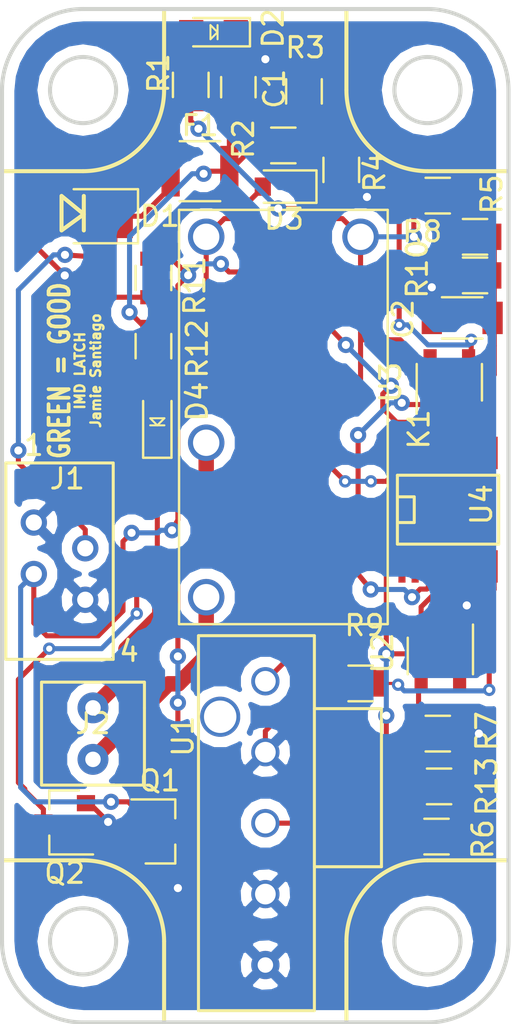
<source format=kicad_pcb>
(kicad_pcb (version 20171130) (host pcbnew 5.0.0-fee4fd1~66~ubuntu18.04.1)

  (general
    (thickness 1.6)
    (drawings 26)
    (tracks 338)
    (zones 0)
    (modules 29)
    (nets 24)
  )

  (page A4)
  (layers
    (0 F.Cu signal)
    (31 B.Cu signal)
    (32 B.Adhes user)
    (33 F.Adhes user)
    (34 B.Paste user)
    (35 F.Paste user)
    (36 B.SilkS user)
    (37 F.SilkS user)
    (38 B.Mask user)
    (39 F.Mask user)
    (40 Dwgs.User user)
    (41 Cmts.User user)
    (42 Eco1.User user)
    (43 Eco2.User user)
    (44 Edge.Cuts user)
    (45 Margin user)
    (46 B.CrtYd user)
    (47 F.CrtYd user)
    (48 B.Fab user)
    (49 F.Fab user)
  )

  (setup
    (last_trace_width 0.762)
    (user_trace_width 0.762)
    (trace_clearance 0.1524)
    (zone_clearance 0.508)
    (zone_45_only no)
    (trace_min 0.1524)
    (segment_width 0.2)
    (edge_width 0.2)
    (via_size 0.6096)
    (via_drill 0.3048)
    (via_min_size 0.6096)
    (via_min_drill 0.3048)
    (uvia_size 0.3)
    (uvia_drill 0.1)
    (uvias_allowed no)
    (uvia_min_size 0.2)
    (uvia_min_drill 0.1)
    (pcb_text_width 0.3)
    (pcb_text_size 1.5 1.5)
    (mod_edge_width 0.15)
    (mod_text_size 1 1)
    (mod_text_width 0.15)
    (pad_size 1.524 1.524)
    (pad_drill 0.762)
    (pad_to_mask_clearance 0.2)
    (aux_axis_origin 0 0)
    (visible_elements FFFFFF7F)
    (pcbplotparams
      (layerselection 0x010fc_ffffffff)
      (usegerberextensions true)
      (usegerberattributes false)
      (usegerberadvancedattributes false)
      (creategerberjobfile false)
      (excludeedgelayer true)
      (linewidth 0.100000)
      (plotframeref false)
      (viasonmask false)
      (mode 1)
      (useauxorigin false)
      (hpglpennumber 1)
      (hpglpenspeed 20)
      (hpglpendiameter 15.000000)
      (psnegative false)
      (psa4output false)
      (plotreference true)
      (plotvalue true)
      (plotinvisibletext false)
      (padsonsilk false)
      (subtractmaskfromsilk false)
      (outputformat 1)
      (mirror false)
      (drillshape 0)
      (scaleselection 1)
      (outputdirectory "Gerb_new/"))
  )

  (net 0 "")
  (net 1 /12V_Fused)
  (net 2 GND)
  (net 3 "Net-(C2-Pad1)")
  (net 4 +12V)
  (net 5 "Net-(D2-Pad2)")
  (net 6 "Net-(D3-Pad2)")
  (net 7 "Net-(D4-Pad1)")
  (net 8 "Net-(D4-Pad2)")
  (net 9 /IMD_Status_Output)
  (net 10 "Net-(J2-Pad2)")
  (net 11 "Net-(J2-Pad1)")
  (net 12 "Net-(R2-Pad2)")
  (net 13 "Net-(R3-Pad2)")
  (net 14 "Net-(R5-Pad2)")
  (net 15 "Net-(R13-Pad1)")
  (net 16 "Net-(R13-Pad2)")
  (net 17 "Net-(R9-Pad1)")
  (net 18 "Net-(U4-Pad1)")
  (net 19 "Net-(U4-Pad2)")
  (net 20 "Net-(U4-Pad9)")
  (net 21 "Net-(U4-Pad10)")
  (net 22 /imd_side_out)
  (net 23 /delay_side_out)

  (net_class Default "This is the default net class."
    (clearance 0.1524)
    (trace_width 0.1524)
    (via_dia 0.6096)
    (via_drill 0.3048)
    (uvia_dia 0.3)
    (uvia_drill 0.1)
    (add_net +12V)
    (add_net /12V_Fused)
    (add_net /IMD_Status_Output)
    (add_net /delay_side_out)
    (add_net /imd_side_out)
    (add_net GND)
    (add_net "Net-(C2-Pad1)")
    (add_net "Net-(D2-Pad2)")
    (add_net "Net-(D3-Pad2)")
    (add_net "Net-(D4-Pad1)")
    (add_net "Net-(D4-Pad2)")
    (add_net "Net-(J2-Pad1)")
    (add_net "Net-(J2-Pad2)")
    (add_net "Net-(R13-Pad1)")
    (add_net "Net-(R13-Pad2)")
    (add_net "Net-(R2-Pad2)")
    (add_net "Net-(R3-Pad2)")
    (add_net "Net-(R5-Pad2)")
    (add_net "Net-(R9-Pad1)")
    (add_net "Net-(U4-Pad1)")
    (add_net "Net-(U4-Pad10)")
    (add_net "Net-(U4-Pad2)")
    (add_net "Net-(U4-Pad9)")
  )

  (module footprints:C_1206_OEM (layer F.Cu) (tedit 59F253AA) (tstamp 5C6C2521)
    (at 116.6495 73.9775 180)
    (descr "Capacitor SMD 1206, reflow soldering, AVX (see smccp.pdf)")
    (tags "capacitor 1206")
    (path /5BF6B01C)
    (attr smd)
    (fp_text reference C2 (at 2.921 -0.0635 270) (layer F.SilkS)
      (effects (font (size 1 1) (thickness 0.15)))
    )
    (fp_text value C_22uF (at 0 2 180) (layer F.Fab) hide
      (effects (font (size 1 1) (thickness 0.15)))
    )
    (fp_line (start -1.6 0.8) (end -1.6 -0.8) (layer F.Fab) (width 0.1))
    (fp_line (start 1.6 0.8) (end -1.6 0.8) (layer F.Fab) (width 0.1))
    (fp_line (start 1.6 -0.8) (end 1.6 0.8) (layer F.Fab) (width 0.1))
    (fp_line (start -1.6 -0.8) (end 1.6 -0.8) (layer F.Fab) (width 0.1))
    (fp_line (start 1 -1.02) (end -1 -1.02) (layer F.SilkS) (width 0.12))
    (fp_line (start -1 1.02) (end 1 1.02) (layer F.SilkS) (width 0.12))
    (fp_line (start -2.25 -1.05) (end 2.25 -1.05) (layer F.CrtYd) (width 0.05))
    (fp_line (start -2.25 -1.05) (end -2.25 1.05) (layer F.CrtYd) (width 0.05))
    (fp_line (start 2.25 1.05) (end 2.25 -1.05) (layer F.CrtYd) (width 0.05))
    (fp_line (start 2.25 1.05) (end -2.25 1.05) (layer F.CrtYd) (width 0.05))
    (pad 1 smd rect (at -1.5 0 180) (size 1 1.6) (layers F.Cu F.Paste F.Mask)
      (net 3 "Net-(C2-Pad1)"))
    (pad 2 smd rect (at 1.5 0 180) (size 1 1.6) (layers F.Cu F.Paste F.Mask)
      (net 2 GND))
    (model Capacitors_SMD.3dshapes/C_1206.wrl
      (at (xyz 0 0 0))
      (scale (xyz 1 1 1))
      (rotate (xyz 0 0 0))
    )
  )

  (module footprints:Relay_SPST_OMRON-G5Q-1A4_OEM (layer F.Cu) (tedit 59F2AABB) (tstamp 5C6C25B8)
    (at 104.013 69.977 270)
    (descr "Relay SPST-NO Omron Serie G5Q")
    (tags "Relay SPST-NO Omron Serie G5Q")
    (path /5BDB1452)
    (fp_text reference K1 (at 9.5 -10.5 90) (layer F.SilkS)
      (effects (font (size 1 1) (thickness 0.15)))
    )
    (fp_text value G5Q-1A4-DC5-5V (at 8.8 3 270) (layer F.Fab) hide
      (effects (font (size 1 1) (thickness 0.15)))
    )
    (fp_text user %R (at 9.6 -4.5 270) (layer F.Fab) hide
      (effects (font (size 1 1) (thickness 0.15)))
    )
    (fp_line (start 0 -1) (end 0 -6.5) (layer F.Fab) (width 0.1))
    (fp_line (start 18.96 -8.81) (end 18.96 1.19) (layer F.Fab) (width 0.1))
    (fp_line (start 18.96 1.19) (end -1.18 1.19) (layer F.Fab) (width 0.1))
    (fp_line (start -1.18 1.19) (end -1.18 -8.81) (layer F.Fab) (width 0.1))
    (fp_line (start -1.18 -8.81) (end 18.96 -8.81) (layer F.Fab) (width 0.1))
    (fp_line (start -1.45 -9.05) (end 19.2 -9.05) (layer F.CrtYd) (width 0.05))
    (fp_line (start 19.2 -9.05) (end 19.2 1.45) (layer F.CrtYd) (width 0.05))
    (fp_line (start 19.2 1.45) (end -1.45 1.45) (layer F.CrtYd) (width 0.05))
    (fp_line (start -1.45 1.45) (end -1.45 -9.05) (layer F.CrtYd) (width 0.05))
    (fp_line (start 15.24 -3.81) (end 18.03 -5.21) (layer F.Fab) (width 0.12))
    (fp_line (start 17.78 -1.27) (end 17.78 -2.54) (layer F.Fab) (width 0.12))
    (fp_line (start 10.16 -1.27) (end 10.16 -3.81) (layer F.Fab) (width 0.12))
    (fp_line (start 10.16 -3.81) (end 15.24 -3.81) (layer F.Fab) (width 0.12))
    (fp_line (start 2.03 -3.05) (end 3.05 -4.06) (layer F.Fab) (width 0.12))
    (fp_line (start 2.54 -7.62) (end 1.27 -7.62) (layer F.Fab) (width 0.12))
    (fp_line (start 2.54 -4.83) (end 2.54 -7.62) (layer F.Fab) (width 0.12))
    (fp_line (start 2.54 0) (end 2.54 -2.29) (layer F.Fab) (width 0.12))
    (fp_line (start 1.27 0) (end 2.54 0) (layer F.Fab) (width 0.12))
    (fp_line (start 2.54 -2.29) (end 2.03 -2.29) (layer F.Fab) (width 0.12))
    (fp_line (start 2.03 -2.29) (end 2.03 -4.83) (layer F.Fab) (width 0.12))
    (fp_line (start 2.03 -4.83) (end 2.54 -4.83) (layer F.Fab) (width 0.12))
    (fp_line (start 2.54 -4.83) (end 3.05 -4.83) (layer F.Fab) (width 0.12))
    (fp_line (start 3.05 -4.83) (end 3.05 -2.29) (layer F.Fab) (width 0.12))
    (fp_line (start 3.05 -2.29) (end 2.54 -2.29) (layer F.Fab) (width 0.12))
    (fp_line (start -1.33 1.34) (end 19.11 1.34) (layer F.SilkS) (width 0.12))
    (fp_line (start 19.11 1.34) (end 19.11 -8.96) (layer F.SilkS) (width 0.12))
    (fp_line (start -1.33 1.34) (end -1.33 -8.96) (layer F.SilkS) (width 0.12))
    (fp_line (start -1.33 -8.96) (end 19.11 -8.96) (layer F.SilkS) (width 0.12))
    (fp_circle (center 15.24 -3.81) (end 15.24 -3.68) (layer F.Fab) (width 0.12))
    (pad 1 thru_hole circle (at 0 0 90) (size 1.8 1.8) (drill 1.3) (layers *.Cu *.Mask)
      (net 6 "Net-(D3-Pad2)"))
    (pad 2 thru_hole circle (at 10.16 0 90) (size 1.8 1.8) (drill 1.3) (layers *.Cu *.Mask)
      (net 10 "Net-(J2-Pad2)"))
    (pad 3 thru_hole circle (at 17.78 0 90) (size 1.8 1.8) (drill 1.3) (layers *.Cu *.Mask)
      (net 11 "Net-(J2-Pad1)"))
    (pad 5 thru_hole circle (at 0 -7.62 90) (size 1.8 1.8) (drill 1.3) (layers *.Cu *.Mask)
      (net 1 /12V_Fused))
    (model /home/josh/Formula/OEM_Preferred_Parts/3DModels/G5Q_OEM/G5Q.wrl
      (at (xyz 0 0 0))
      (scale (xyz 1 1 1))
      (rotate (xyz 0 0 0))
    )
  )

  (module footprints:C_0805_OEM (layer F.Cu) (tedit 59F250E7) (tstamp 5C6C2512)
    (at 105.6005 62.595 90)
    (descr "Capacitor SMD 0805, reflow soldering, AVX (see smccp.pdf)")
    (tags "capacitor 0805")
    (path /5BEE79F6)
    (attr smd)
    (fp_text reference C1 (at -0.0795 1.778 270) (layer F.SilkS)
      (effects (font (size 1 1) (thickness 0.15)))
    )
    (fp_text value C_10uF_16V (at 0 1.75 90) (layer F.Fab) hide
      (effects (font (size 1 1) (thickness 0.15)))
    )
    (fp_line (start -1 0.62) (end -1 -0.62) (layer F.Fab) (width 0.1))
    (fp_line (start 1 0.62) (end -1 0.62) (layer F.Fab) (width 0.1))
    (fp_line (start 1 -0.62) (end 1 0.62) (layer F.Fab) (width 0.1))
    (fp_line (start -1 -0.62) (end 1 -0.62) (layer F.Fab) (width 0.1))
    (fp_line (start 0.5 -0.85) (end -0.5 -0.85) (layer F.SilkS) (width 0.12))
    (fp_line (start -0.5 0.85) (end 0.5 0.85) (layer F.SilkS) (width 0.12))
    (fp_line (start -1.75 -0.88) (end 1.75 -0.88) (layer F.CrtYd) (width 0.05))
    (fp_line (start -1.75 -0.88) (end -1.75 0.87) (layer F.CrtYd) (width 0.05))
    (fp_line (start 1.75 0.87) (end 1.75 -0.88) (layer F.CrtYd) (width 0.05))
    (fp_line (start 1.75 0.87) (end -1.75 0.87) (layer F.CrtYd) (width 0.05))
    (pad 1 smd rect (at -1 0 90) (size 1 1.25) (layers F.Cu F.Paste F.Mask)
      (net 1 /12V_Fused))
    (pad 2 smd rect (at 1 0 90) (size 1 1.25) (layers F.Cu F.Paste F.Mask)
      (net 2 GND))
    (model /home/josh/Formula/OEM_Preferred_Parts/3DModels/C_0805_OEM/C_0805.wrl
      (at (xyz 0 0 0))
      (scale (xyz 1 1 1))
      (rotate (xyz 0 0 0))
    )
  )

  (module footprints:DO-214AA (layer F.Cu) (tedit 5A59FDFB) (tstamp 5C6C2530)
    (at 97.4725 68.961 180)
    (descr "http://www.diodes.com/datasheets/ap02001.pdf p.144")
    (tags "Diode SOD523")
    (path /5BDD0163)
    (attr smd)
    (fp_text reference D1 (at -4.2545 0 180) (layer F.SilkS)
      (effects (font (size 1 1) (thickness 0.15)))
    )
    (fp_text value D_Zener_18V (at 0 2.286 180) (layer F.Fab) hide
      (effects (font (size 1 1) (thickness 0.15)))
    )
    (fp_line (start 0.6 1) (end -0.5 0.1) (layer F.SilkS) (width 0.2))
    (fp_line (start 0.6 -0.7) (end 0.6 1) (layer F.SilkS) (width 0.2))
    (fp_line (start -0.5 0.1) (end 0.6 -0.7) (layer F.SilkS) (width 0.2))
    (fp_line (start -0.5 -0.7) (end -0.5 1) (layer F.SilkS) (width 0.2))
    (fp_line (start -3.175 -1.3335) (end -3.175 1.3335) (layer F.SilkS) (width 0.12))
    (fp_line (start 3.302 -1.4605) (end 3.302 1.4605) (layer F.CrtYd) (width 0.05))
    (fp_line (start -3.302 -1.4605) (end 3.302 -1.4605) (layer F.CrtYd) (width 0.05))
    (fp_line (start -3.302 -1.4605) (end -3.302 1.4605) (layer F.CrtYd) (width 0.05))
    (fp_line (start -3.302 1.4605) (end 3.302 1.4605) (layer F.CrtYd) (width 0.05))
    (fp_line (start 2.3749 -1.9685) (end 2.3749 1.9685) (layer F.Fab) (width 0.1))
    (fp_line (start -2.3749 -1.9685) (end 2.3749 -1.9685) (layer F.Fab) (width 0.1))
    (fp_line (start -2.3749 -1.9685) (end -2.3749 1.9685) (layer F.Fab) (width 0.1))
    (fp_line (start 2.3749 1.9685) (end -2.3749 1.9685) (layer F.Fab) (width 0.1))
    (fp_line (start -3.175 1.3335) (end 0 1.3335) (layer F.SilkS) (width 0.12))
    (fp_line (start -3.175 -1.3335) (end 0 -1.3335) (layer F.SilkS) (width 0.12))
    (pad 2 smd rect (at 2.032 0) (size 1.778 2.159) (layers F.Cu F.Paste F.Mask)
      (net 2 GND))
    (pad 1 smd rect (at -2.032 0) (size 1.778 2.159) (layers F.Cu F.Paste F.Mask)
      (net 4 +12V))
    (model /home/josh/Formula/OEM_Preferred_Parts/3DModels/DO_214AA_OEM/DO_214AA.wrl
      (at (xyz 0 0 0))
      (scale (xyz 1 1 1))
      (rotate (xyz 0 0 0))
    )
  )

  (module footprints:LED_0805_OEM (layer F.Cu) (tedit 5A5B129D) (tstamp 5C6C2544)
    (at 104.3735 59.8805 180)
    (descr "LED 0805 smd package")
    (tags "LED led 0805 SMD smd SMT smt smdled SMDLED smtled SMTLED")
    (path /5BDD96EB)
    (attr smd)
    (fp_text reference D2 (at -2.9415 0.1905 270) (layer F.SilkS)
      (effects (font (size 1 1) (thickness 0.15)))
    )
    (fp_text value LED_0805 (at 0.508 2.032 180) (layer F.Fab) hide
      (effects (font (size 1 1) (thickness 0.15)))
    )
    (fp_line (start -1.95 -0.85) (end 1.95 -0.85) (layer F.CrtYd) (width 0.05))
    (fp_line (start -1.95 0.85) (end -1.95 -0.85) (layer F.CrtYd) (width 0.05))
    (fp_line (start 1.95 0.85) (end -1.95 0.85) (layer F.CrtYd) (width 0.05))
    (fp_line (start 1.95 -0.85) (end 1.95 0.85) (layer F.CrtYd) (width 0.05))
    (fp_line (start -1.8 -0.7) (end 1 -0.7) (layer F.SilkS) (width 0.12))
    (fp_line (start -1.8 0.7) (end 1 0.7) (layer F.SilkS) (width 0.12))
    (fp_line (start -1 0.6) (end -1 -0.6) (layer F.Fab) (width 0.1))
    (fp_line (start -1 -0.6) (end 1 -0.6) (layer F.Fab) (width 0.1))
    (fp_line (start 1 -0.6) (end 1 0.6) (layer F.Fab) (width 0.1))
    (fp_line (start 1 0.6) (end -1 0.6) (layer F.Fab) (width 0.1))
    (fp_line (start -1.8 -0.7) (end -1.8 0.7) (layer F.SilkS) (width 0.12))
    (fp_line (start -0.2 0) (end 0.1 -0.3) (layer F.SilkS) (width 0.1))
    (fp_line (start 0.1 -0.3) (end 0.15 -0.35) (layer F.SilkS) (width 0.1))
    (fp_line (start 0.15 -0.35) (end 0.15 0.3) (layer F.SilkS) (width 0.1))
    (fp_line (start 0.15 0.35) (end 0.15 0.3) (layer F.SilkS) (width 0.1))
    (fp_line (start 0.15 0.3) (end 0.15 0.35) (layer F.SilkS) (width 0.1))
    (fp_line (start 0.15 0.35) (end -0.2 0) (layer F.SilkS) (width 0.1))
    (fp_line (start -0.2 0) (end -0.2 -0.35) (layer F.SilkS) (width 0.1))
    (fp_line (start -0.2 0.35) (end -0.2 0) (layer F.SilkS) (width 0.1))
    (pad 1 smd rect (at -1.1 0) (size 1.2 1.2) (layers F.Cu F.Paste F.Mask)
      (net 2 GND))
    (pad 2 smd rect (at 1.1 0) (size 1.2 1.2) (layers F.Cu F.Paste F.Mask)
      (net 5 "Net-(D2-Pad2)"))
    (model "/home/josh/Formula/OEM_Preferred_Parts/3DModels/LED_0805/LED 0805 Base GREEN001_sp.wrl"
      (at (xyz 0 0 0))
      (scale (xyz 1 1 1))
      (rotate (xyz 0 0 180))
    )
  )

  (module footprints:D_0805_OEM (layer F.Cu) (tedit 59F25112) (tstamp 5C6C255C)
    (at 107.857 67.5005 180)
    (descr "Diode SMD in 0805 package http://datasheets.avx.com/schottky.pdf")
    (tags "smd diode")
    (path /5BDB2100)
    (attr smd)
    (fp_text reference D3 (at 0 -1.6 180) (layer F.SilkS)
      (effects (font (size 1 1) (thickness 0.15)))
    )
    (fp_text value D_Schottky_Small (at 0 1.7 180) (layer F.Fab) hide
      (effects (font (size 1 1) (thickness 0.15)))
    )
    (fp_line (start -1.6 -0.8) (end -1.6 0.8) (layer F.SilkS) (width 0.12))
    (fp_line (start -1.7 0.88) (end -1.7 -0.88) (layer F.CrtYd) (width 0.05))
    (fp_line (start 1.7 0.88) (end -1.7 0.88) (layer F.CrtYd) (width 0.05))
    (fp_line (start 1.7 -0.88) (end 1.7 0.88) (layer F.CrtYd) (width 0.05))
    (fp_line (start -1.7 -0.88) (end 1.7 -0.88) (layer F.CrtYd) (width 0.05))
    (fp_line (start 0.2 0) (end 0.4 0) (layer F.Fab) (width 0.1))
    (fp_line (start -0.1 0) (end -0.3 0) (layer F.Fab) (width 0.1))
    (fp_line (start -0.1 -0.2) (end -0.1 0.2) (layer F.Fab) (width 0.1))
    (fp_line (start 0.2 0.2) (end 0.2 -0.2) (layer F.Fab) (width 0.1))
    (fp_line (start -0.1 0) (end 0.2 0.2) (layer F.Fab) (width 0.1))
    (fp_line (start 0.2 -0.2) (end -0.1 0) (layer F.Fab) (width 0.1))
    (fp_line (start -1 0.65) (end -1 -0.65) (layer F.Fab) (width 0.1))
    (fp_line (start 1 0.65) (end -1 0.65) (layer F.Fab) (width 0.1))
    (fp_line (start 1 -0.65) (end 1 0.65) (layer F.Fab) (width 0.1))
    (fp_line (start -1 -0.65) (end 1 -0.65) (layer F.Fab) (width 0.1))
    (fp_line (start -1.6 0.8) (end 1 0.8) (layer F.SilkS) (width 0.12))
    (fp_line (start -1.6 -0.8) (end 1 -0.8) (layer F.SilkS) (width 0.12))
    (pad 1 smd rect (at -1.05 0 180) (size 0.8 0.9) (layers F.Cu F.Paste F.Mask)
      (net 1 /12V_Fused))
    (pad 2 smd rect (at 1.05 0 180) (size 0.8 0.9) (layers F.Cu F.Paste F.Mask)
      (net 6 "Net-(D3-Pad2)"))
    (model ${KISYS3DMOD}/Diodes_SMD.3dshapes/D_0805.wrl
      (at (xyz 0 0 0))
      (scale (xyz 1 1 1))
      (rotate (xyz 0 0 0))
    )
  )

  (module footprints:LED_0805_OEM (layer F.Cu) (tedit 5A5B129D) (tstamp 5C6C2572)
    (at 101.6 79.078 90)
    (descr "LED 0805 smd package")
    (tags "LED led 0805 SMD smd SMT smt smdled SMDLED smtled SMTLED")
    (path /5BDB0931)
    (attr smd)
    (fp_text reference D4 (at 0.973 1.9685 90) (layer F.SilkS)
      (effects (font (size 1 1) (thickness 0.15)))
    )
    (fp_text value LED_0805 (at 0.508 2.032 90) (layer F.Fab) hide
      (effects (font (size 1 1) (thickness 0.15)))
    )
    (fp_line (start -0.2 0.35) (end -0.2 0) (layer F.SilkS) (width 0.1))
    (fp_line (start -0.2 0) (end -0.2 -0.35) (layer F.SilkS) (width 0.1))
    (fp_line (start 0.15 0.35) (end -0.2 0) (layer F.SilkS) (width 0.1))
    (fp_line (start 0.15 0.3) (end 0.15 0.35) (layer F.SilkS) (width 0.1))
    (fp_line (start 0.15 0.35) (end 0.15 0.3) (layer F.SilkS) (width 0.1))
    (fp_line (start 0.15 -0.35) (end 0.15 0.3) (layer F.SilkS) (width 0.1))
    (fp_line (start 0.1 -0.3) (end 0.15 -0.35) (layer F.SilkS) (width 0.1))
    (fp_line (start -0.2 0) (end 0.1 -0.3) (layer F.SilkS) (width 0.1))
    (fp_line (start -1.8 -0.7) (end -1.8 0.7) (layer F.SilkS) (width 0.12))
    (fp_line (start 1 0.6) (end -1 0.6) (layer F.Fab) (width 0.1))
    (fp_line (start 1 -0.6) (end 1 0.6) (layer F.Fab) (width 0.1))
    (fp_line (start -1 -0.6) (end 1 -0.6) (layer F.Fab) (width 0.1))
    (fp_line (start -1 0.6) (end -1 -0.6) (layer F.Fab) (width 0.1))
    (fp_line (start -1.8 0.7) (end 1 0.7) (layer F.SilkS) (width 0.12))
    (fp_line (start -1.8 -0.7) (end 1 -0.7) (layer F.SilkS) (width 0.12))
    (fp_line (start 1.95 -0.85) (end 1.95 0.85) (layer F.CrtYd) (width 0.05))
    (fp_line (start 1.95 0.85) (end -1.95 0.85) (layer F.CrtYd) (width 0.05))
    (fp_line (start -1.95 0.85) (end -1.95 -0.85) (layer F.CrtYd) (width 0.05))
    (fp_line (start -1.95 -0.85) (end 1.95 -0.85) (layer F.CrtYd) (width 0.05))
    (pad 2 smd rect (at 1.1 0 270) (size 1.2 1.2) (layers F.Cu F.Paste F.Mask)
      (net 8 "Net-(D4-Pad2)"))
    (pad 1 smd rect (at -1.1 0 270) (size 1.2 1.2) (layers F.Cu F.Paste F.Mask)
      (net 7 "Net-(D4-Pad1)"))
    (model "/home/josh/Formula/OEM_Preferred_Parts/3DModels/LED_0805/LED 0805 Base GREEN001_sp.wrl"
      (at (xyz 0 0 0))
      (scale (xyz 1 1 1))
      (rotate (xyz 0 0 180))
    )
  )

  (module footprints:Fuse_1210 (layer F.Cu) (tedit 59F24A11) (tstamp 5C6C258A)
    (at 103.706 66.7385)
    (descr "Resistor SMD 1210, reflow soldering, Vishay (see dcrcw.pdf)")
    (tags "resistor 1210")
    (path /5BDD60EF)
    (attr smd)
    (fp_text reference F1 (at 0 -2.25) (layer F.SilkS)
      (effects (font (size 1 1) (thickness 0.15)))
    )
    (fp_text value F_500mA_16V (at 0 2.4) (layer F.Fab) hide
      (effects (font (size 1 1) (thickness 0.15)))
    )
    (fp_line (start -1.6 1.25) (end -1.6 -1.25) (layer F.Fab) (width 0.1))
    (fp_line (start 1.6 1.25) (end -1.6 1.25) (layer F.Fab) (width 0.1))
    (fp_line (start 1.6 -1.25) (end 1.6 1.25) (layer F.Fab) (width 0.1))
    (fp_line (start -1.6 -1.25) (end 1.6 -1.25) (layer F.Fab) (width 0.1))
    (fp_line (start 1 1.48) (end -1 1.48) (layer F.SilkS) (width 0.12))
    (fp_line (start -1 -1.48) (end 1 -1.48) (layer F.SilkS) (width 0.12))
    (fp_line (start -2.15 -1.5) (end 2.15 -1.5) (layer F.CrtYd) (width 0.05))
    (fp_line (start -2.15 -1.5) (end -2.15 1.5) (layer F.CrtYd) (width 0.05))
    (fp_line (start 2.15 1.5) (end 2.15 -1.5) (layer F.CrtYd) (width 0.05))
    (fp_line (start 2.15 1.5) (end -2.15 1.5) (layer F.CrtYd) (width 0.05))
    (pad 1 smd rect (at -1.45 0) (size 0.9 2.5) (layers F.Cu F.Paste F.Mask)
      (net 4 +12V))
    (pad 2 smd rect (at 1.45 0) (size 0.9 2.5) (layers F.Cu F.Paste F.Mask)
      (net 1 /12V_Fused))
    (model /home/josh/Formula/OEM_Preferred_Parts/3DModels/Fuse_1210_OEM/Fuse1210.wrl
      (at (xyz 0 0 0))
      (scale (xyz 1 1 1))
      (rotate (xyz 0 0 0))
    )
  )

  (module footprints:micromatch_female_ra_4 (layer F.Cu) (tedit 5C622D93) (tstamp 5C6C2599)
    (at 95.504 89.154)
    (path /5BDE43F2)
    (fp_text reference J1 (at 1.651 -7.239) (layer F.SilkS)
      (effects (font (size 1 1) (thickness 0.15)))
    )
    (fp_text value MM_F_RA_04 (at 6.35 -1.27 90) (layer F.Fab) hide
      (effects (font (size 1 1) (thickness 0.15)))
    )
    (fp_text user 4 (at 4.699 1.27) (layer F.SilkS)
      (effects (font (size 1 1) (thickness 0.15)))
    )
    (fp_text user 1 (at 0 -8.89) (layer F.SilkS)
      (effects (font (size 1 1) (thickness 0.15)))
    )
    (fp_line (start -1.38 1.67) (end 3.92 1.67) (layer F.SilkS) (width 0.15))
    (fp_line (start -1.38 -8.02) (end 3.92 -8.02) (layer F.SilkS) (width 0.15))
    (fp_line (start -1.38 1.67) (end -1.38 -8.02) (layer F.SilkS) (width 0.15))
    (fp_line (start 3.92 1.67) (end 3.92 -8.02) (layer F.SilkS) (width 0.15))
    (pad 3 thru_hole circle (at 0 -2.54) (size 1.3 1.3) (drill 0.8) (layers *.Cu *.Mask)
      (net 9 /IMD_Status_Output))
    (pad 1 thru_hole circle (at 0 -5.08) (size 1.3 1.3) (drill 0.8) (layers *.Cu *.Mask)
      (net 2 GND))
    (pad 2 thru_hole circle (at 2.54 -3.81) (size 1.3 1.3) (drill 0.8) (layers *.Cu *.Mask)
      (net 4 +12V))
    (pad 4 thru_hole circle (at 2.54 -1.27) (size 1.3 1.3) (drill 0.8) (layers *.Cu *.Mask)
      (net 2 GND))
  )

  (module footprints:SOT-23F (layer F.Cu) (tedit 59F24B04) (tstamp 5C6C25DD)
    (at 101.727 99.314)
    (descr "SOT-23, Standard")
    (tags SOT-23)
    (path /5BDAF11D)
    (attr smd)
    (fp_text reference Q1 (at 0 -2.5) (layer F.SilkS)
      (effects (font (size 1 1) (thickness 0.15)))
    )
    (fp_text value SSM3K333R (at 0 2.5) (layer F.Fab) hide
      (effects (font (size 1 1) (thickness 0.15)))
    )
    (fp_line (start 0.76 1.58) (end -0.7 1.58) (layer F.SilkS) (width 0.12))
    (fp_line (start 0.76 -1.58) (end -1.4 -1.58) (layer F.SilkS) (width 0.12))
    (fp_line (start -1.7 1.75) (end -1.7 -1.75) (layer F.CrtYd) (width 0.05))
    (fp_line (start 1.7 1.75) (end -1.7 1.75) (layer F.CrtYd) (width 0.05))
    (fp_line (start 1.7 -1.75) (end 1.7 1.75) (layer F.CrtYd) (width 0.05))
    (fp_line (start -1.7 -1.75) (end 1.7 -1.75) (layer F.CrtYd) (width 0.05))
    (fp_line (start 0.76 -1.58) (end 0.76 -0.65) (layer F.SilkS) (width 0.12))
    (fp_line (start 0.76 1.58) (end 0.76 0.65) (layer F.SilkS) (width 0.12))
    (fp_line (start -0.7 1.52) (end 0.7 1.52) (layer F.Fab) (width 0.1))
    (fp_line (start 0.7 -1.52) (end 0.7 1.52) (layer F.Fab) (width 0.1))
    (fp_line (start -0.7 -0.95) (end -0.15 -1.52) (layer F.Fab) (width 0.1))
    (fp_line (start -0.15 -1.52) (end 0.7 -1.52) (layer F.Fab) (width 0.1))
    (fp_line (start -0.7 -0.95) (end -0.7 1.5) (layer F.Fab) (width 0.1))
    (pad 3 smd rect (at 1.05 0) (size 0.9 0.8) (layers F.Cu F.Paste F.Mask)
      (net 6 "Net-(D3-Pad2)"))
    (pad 2 smd rect (at -1.05 0.95) (size 0.9 0.8) (layers F.Cu F.Paste F.Mask)
      (net 2 GND))
    (pad 1 smd rect (at -1.05 -0.95) (size 0.9 0.8) (layers F.Cu F.Paste F.Mask)
      (net 9 /IMD_Status_Output))
    (model /home/josh/Formula/OEM_Preferred_Parts/3DModels/SOT-23_OEM/SOT-23.wrl
      (at (xyz 0 0 0))
      (scale (xyz 1 1 1))
      (rotate (xyz 0 0 0))
    )
  )

  (module footprints:SOT-23F (layer F.Cu) (tedit 59F24B04) (tstamp 5C6C25F0)
    (at 97.028 98.8695 180)
    (descr "SOT-23, Standard")
    (tags SOT-23)
    (path /5BDAF24A)
    (attr smd)
    (fp_text reference Q2 (at 0 -2.5 180) (layer F.SilkS)
      (effects (font (size 1 1) (thickness 0.15)))
    )
    (fp_text value SSM3K333R (at 0 2.5 180) (layer F.Fab) hide
      (effects (font (size 1 1) (thickness 0.15)))
    )
    (fp_line (start -0.7 -0.95) (end -0.7 1.5) (layer F.Fab) (width 0.1))
    (fp_line (start -0.15 -1.52) (end 0.7 -1.52) (layer F.Fab) (width 0.1))
    (fp_line (start -0.7 -0.95) (end -0.15 -1.52) (layer F.Fab) (width 0.1))
    (fp_line (start 0.7 -1.52) (end 0.7 1.52) (layer F.Fab) (width 0.1))
    (fp_line (start -0.7 1.52) (end 0.7 1.52) (layer F.Fab) (width 0.1))
    (fp_line (start 0.76 1.58) (end 0.76 0.65) (layer F.SilkS) (width 0.12))
    (fp_line (start 0.76 -1.58) (end 0.76 -0.65) (layer F.SilkS) (width 0.12))
    (fp_line (start -1.7 -1.75) (end 1.7 -1.75) (layer F.CrtYd) (width 0.05))
    (fp_line (start 1.7 -1.75) (end 1.7 1.75) (layer F.CrtYd) (width 0.05))
    (fp_line (start 1.7 1.75) (end -1.7 1.75) (layer F.CrtYd) (width 0.05))
    (fp_line (start -1.7 1.75) (end -1.7 -1.75) (layer F.CrtYd) (width 0.05))
    (fp_line (start 0.76 -1.58) (end -1.4 -1.58) (layer F.SilkS) (width 0.12))
    (fp_line (start 0.76 1.58) (end -0.7 1.58) (layer F.SilkS) (width 0.12))
    (pad 1 smd rect (at -1.05 -0.95 180) (size 0.9 0.8) (layers F.Cu F.Paste F.Mask)
      (net 9 /IMD_Status_Output))
    (pad 2 smd rect (at -1.05 0.95 180) (size 0.9 0.8) (layers F.Cu F.Paste F.Mask)
      (net 2 GND))
    (pad 3 smd rect (at 1.05 0 180) (size 0.9 0.8) (layers F.Cu F.Paste F.Mask)
      (net 7 "Net-(D4-Pad1)"))
    (model /home/josh/Formula/OEM_Preferred_Parts/3DModels/SOT-23_OEM/SOT-23.wrl
      (at (xyz 0 0 0))
      (scale (xyz 1 1 1))
      (rotate (xyz 0 0 0))
    )
  )

  (module footprints:R_0805_OEM (layer F.Cu) (tedit 59F25131) (tstamp 5C6C2603)
    (at 103.251 62.4815 90)
    (descr "Resistor SMD 0805, reflow soldering, Vishay (see dcrcw.pdf)")
    (tags "resistor 0805")
    (path /5BEE7342)
    (attr smd)
    (fp_text reference R1 (at 0.5715 -1.5875 90) (layer F.SilkS)
      (effects (font (size 1 1) (thickness 0.15)))
    )
    (fp_text value R_1K (at 0 1.75 90) (layer F.Fab) hide
      (effects (font (size 1 1) (thickness 0.15)))
    )
    (fp_line (start 1.55 0.9) (end -1.55 0.9) (layer F.CrtYd) (width 0.05))
    (fp_line (start 1.55 0.9) (end 1.55 -0.9) (layer F.CrtYd) (width 0.05))
    (fp_line (start -1.55 -0.9) (end -1.55 0.9) (layer F.CrtYd) (width 0.05))
    (fp_line (start -1.55 -0.9) (end 1.55 -0.9) (layer F.CrtYd) (width 0.05))
    (fp_line (start -0.6 -0.88) (end 0.6 -0.88) (layer F.SilkS) (width 0.12))
    (fp_line (start 0.6 0.88) (end -0.6 0.88) (layer F.SilkS) (width 0.12))
    (fp_line (start -1 -0.62) (end 1 -0.62) (layer F.Fab) (width 0.1))
    (fp_line (start 1 -0.62) (end 1 0.62) (layer F.Fab) (width 0.1))
    (fp_line (start 1 0.62) (end -1 0.62) (layer F.Fab) (width 0.1))
    (fp_line (start -1 0.62) (end -1 -0.62) (layer F.Fab) (width 0.1))
    (pad 2 smd rect (at 0.95 0 90) (size 0.7 1.3) (layers F.Cu F.Paste F.Mask)
      (net 5 "Net-(D2-Pad2)"))
    (pad 1 smd rect (at -0.95 0 90) (size 0.7 1.3) (layers F.Cu F.Paste F.Mask)
      (net 1 /12V_Fused))
    (model "/home/josh/Formula/OEM_Preferred_Parts/3DModels/WRL Files/res0805.wrl"
      (at (xyz 0 0 0))
      (scale (xyz 1 1 1))
      (rotate (xyz 0 0 0))
    )
  )

  (module footprints:R_0805_OEM (layer F.Cu) (tedit 59F25131) (tstamp 5C6C2612)
    (at 107.8205 65.4685)
    (descr "Resistor SMD 0805, reflow soldering, Vishay (see dcrcw.pdf)")
    (tags "resistor 0805")
    (path /5C0AC0B0)
    (attr smd)
    (fp_text reference R2 (at -1.9685 -0.3175 90) (layer F.SilkS)
      (effects (font (size 1 1) (thickness 0.15)))
    )
    (fp_text value R_2.2K (at 0 1.75) (layer F.Fab) hide
      (effects (font (size 1 1) (thickness 0.15)))
    )
    (fp_line (start -1 0.62) (end -1 -0.62) (layer F.Fab) (width 0.1))
    (fp_line (start 1 0.62) (end -1 0.62) (layer F.Fab) (width 0.1))
    (fp_line (start 1 -0.62) (end 1 0.62) (layer F.Fab) (width 0.1))
    (fp_line (start -1 -0.62) (end 1 -0.62) (layer F.Fab) (width 0.1))
    (fp_line (start 0.6 0.88) (end -0.6 0.88) (layer F.SilkS) (width 0.12))
    (fp_line (start -0.6 -0.88) (end 0.6 -0.88) (layer F.SilkS) (width 0.12))
    (fp_line (start -1.55 -0.9) (end 1.55 -0.9) (layer F.CrtYd) (width 0.05))
    (fp_line (start -1.55 -0.9) (end -1.55 0.9) (layer F.CrtYd) (width 0.05))
    (fp_line (start 1.55 0.9) (end 1.55 -0.9) (layer F.CrtYd) (width 0.05))
    (fp_line (start 1.55 0.9) (end -1.55 0.9) (layer F.CrtYd) (width 0.05))
    (pad 1 smd rect (at -0.95 0) (size 0.7 1.3) (layers F.Cu F.Paste F.Mask)
      (net 1 /12V_Fused))
    (pad 2 smd rect (at 0.95 0) (size 0.7 1.3) (layers F.Cu F.Paste F.Mask)
      (net 12 "Net-(R2-Pad2)"))
    (model "/home/josh/Formula/OEM_Preferred_Parts/3DModels/WRL Files/res0805.wrl"
      (at (xyz 0 0 0))
      (scale (xyz 1 1 1))
      (rotate (xyz 0 0 0))
    )
  )

  (module footprints:R_0805_OEM (layer F.Cu) (tedit 59F25131) (tstamp 5C6C2621)
    (at 108.839 62.8015 90)
    (descr "Resistor SMD 0805, reflow soldering, Vishay (see dcrcw.pdf)")
    (tags "resistor 0805")
    (path /5C0ABDFB)
    (attr smd)
    (fp_text reference R3 (at 2.159 0.0635 180) (layer F.SilkS)
      (effects (font (size 1 1) (thickness 0.15)))
    )
    (fp_text value R_300K (at 0 1.75 90) (layer F.Fab) hide
      (effects (font (size 1 1) (thickness 0.15)))
    )
    (fp_line (start -1 0.62) (end -1 -0.62) (layer F.Fab) (width 0.1))
    (fp_line (start 1 0.62) (end -1 0.62) (layer F.Fab) (width 0.1))
    (fp_line (start 1 -0.62) (end 1 0.62) (layer F.Fab) (width 0.1))
    (fp_line (start -1 -0.62) (end 1 -0.62) (layer F.Fab) (width 0.1))
    (fp_line (start 0.6 0.88) (end -0.6 0.88) (layer F.SilkS) (width 0.12))
    (fp_line (start -0.6 -0.88) (end 0.6 -0.88) (layer F.SilkS) (width 0.12))
    (fp_line (start -1.55 -0.9) (end 1.55 -0.9) (layer F.CrtYd) (width 0.05))
    (fp_line (start -1.55 -0.9) (end -1.55 0.9) (layer F.CrtYd) (width 0.05))
    (fp_line (start 1.55 0.9) (end 1.55 -0.9) (layer F.CrtYd) (width 0.05))
    (fp_line (start 1.55 0.9) (end -1.55 0.9) (layer F.CrtYd) (width 0.05))
    (pad 1 smd rect (at -0.95 0 90) (size 0.7 1.3) (layers F.Cu F.Paste F.Mask)
      (net 12 "Net-(R2-Pad2)"))
    (pad 2 smd rect (at 0.95 0 90) (size 0.7 1.3) (layers F.Cu F.Paste F.Mask)
      (net 13 "Net-(R3-Pad2)"))
    (model "/home/josh/Formula/OEM_Preferred_Parts/3DModels/WRL Files/res0805.wrl"
      (at (xyz 0 0 0))
      (scale (xyz 1 1 1))
      (rotate (xyz 0 0 0))
    )
  )

  (module footprints:R_0805_OEM (layer F.Cu) (tedit 59F25131) (tstamp 5C6C2630)
    (at 110.6805 66.675 270)
    (descr "Resistor SMD 0805, reflow soldering, Vishay (see dcrcw.pdf)")
    (tags "resistor 0805")
    (path /5BEF0AEB)
    (attr smd)
    (fp_text reference R4 (at 0.127 -1.65 270) (layer F.SilkS)
      (effects (font (size 1 1) (thickness 0.15)))
    )
    (fp_text value R_604K (at 0 1.75 270) (layer F.Fab) hide
      (effects (font (size 1 1) (thickness 0.15)))
    )
    (fp_line (start 1.55 0.9) (end -1.55 0.9) (layer F.CrtYd) (width 0.05))
    (fp_line (start 1.55 0.9) (end 1.55 -0.9) (layer F.CrtYd) (width 0.05))
    (fp_line (start -1.55 -0.9) (end -1.55 0.9) (layer F.CrtYd) (width 0.05))
    (fp_line (start -1.55 -0.9) (end 1.55 -0.9) (layer F.CrtYd) (width 0.05))
    (fp_line (start -0.6 -0.88) (end 0.6 -0.88) (layer F.SilkS) (width 0.12))
    (fp_line (start 0.6 0.88) (end -0.6 0.88) (layer F.SilkS) (width 0.12))
    (fp_line (start -1 -0.62) (end 1 -0.62) (layer F.Fab) (width 0.1))
    (fp_line (start 1 -0.62) (end 1 0.62) (layer F.Fab) (width 0.1))
    (fp_line (start 1 0.62) (end -1 0.62) (layer F.Fab) (width 0.1))
    (fp_line (start -1 0.62) (end -1 -0.62) (layer F.Fab) (width 0.1))
    (pad 2 smd rect (at 0.95 0 270) (size 0.7 1.3) (layers F.Cu F.Paste F.Mask)
      (net 2 GND))
    (pad 1 smd rect (at -0.95 0 270) (size 0.7 1.3) (layers F.Cu F.Paste F.Mask)
      (net 13 "Net-(R3-Pad2)"))
    (model "/home/josh/Formula/OEM_Preferred_Parts/3DModels/WRL Files/res0805.wrl"
      (at (xyz 0 0 0))
      (scale (xyz 1 1 1))
      (rotate (xyz 0 0 0))
    )
  )

  (module footprints:R_0805_OEM (layer F.Cu) (tedit 59F25131) (tstamp 5C6C263F)
    (at 115.443 67.945)
    (descr "Resistor SMD 0805, reflow soldering, Vishay (see dcrcw.pdf)")
    (tags "resistor 0805")
    (path /5BEF1834)
    (attr smd)
    (fp_text reference R5 (at 2.667 -0.0635 90) (layer F.SilkS)
      (effects (font (size 1 1) (thickness 0.15)))
    )
    (fp_text value R_1K (at 0 1.75) (layer F.Fab) hide
      (effects (font (size 1 1) (thickness 0.15)))
    )
    (fp_line (start 1.55 0.9) (end -1.55 0.9) (layer F.CrtYd) (width 0.05))
    (fp_line (start 1.55 0.9) (end 1.55 -0.9) (layer F.CrtYd) (width 0.05))
    (fp_line (start -1.55 -0.9) (end -1.55 0.9) (layer F.CrtYd) (width 0.05))
    (fp_line (start -1.55 -0.9) (end 1.55 -0.9) (layer F.CrtYd) (width 0.05))
    (fp_line (start -0.6 -0.88) (end 0.6 -0.88) (layer F.SilkS) (width 0.12))
    (fp_line (start 0.6 0.88) (end -0.6 0.88) (layer F.SilkS) (width 0.12))
    (fp_line (start -1 -0.62) (end 1 -0.62) (layer F.Fab) (width 0.1))
    (fp_line (start 1 -0.62) (end 1 0.62) (layer F.Fab) (width 0.1))
    (fp_line (start 1 0.62) (end -1 0.62) (layer F.Fab) (width 0.1))
    (fp_line (start -1 0.62) (end -1 -0.62) (layer F.Fab) (width 0.1))
    (pad 2 smd rect (at 0.95 0) (size 0.7 1.3) (layers F.Cu F.Paste F.Mask)
      (net 14 "Net-(R5-Pad2)"))
    (pad 1 smd rect (at -0.95 0) (size 0.7 1.3) (layers F.Cu F.Paste F.Mask)
      (net 1 /12V_Fused))
    (model "/home/josh/Formula/OEM_Preferred_Parts/3DModels/WRL Files/res0805.wrl"
      (at (xyz 0 0 0))
      (scale (xyz 1 1 1))
      (rotate (xyz 0 0 0))
    )
  )

  (module footprints:R_0805_OEM (layer F.Cu) (tedit 59F25131) (tstamp 5C6C264E)
    (at 115.382 99.568)
    (descr "Resistor SMD 0805, reflow soldering, Vishay (see dcrcw.pdf)")
    (tags "resistor 0805")
    (path /5C0F2E7E)
    (attr smd)
    (fp_text reference R6 (at 2.2835 0.127 90) (layer F.SilkS)
      (effects (font (size 1 1) (thickness 0.15)))
    )
    (fp_text value R_2.2K (at 0 1.75) (layer F.Fab) hide
      (effects (font (size 1 1) (thickness 0.15)))
    )
    (fp_line (start -1 0.62) (end -1 -0.62) (layer F.Fab) (width 0.1))
    (fp_line (start 1 0.62) (end -1 0.62) (layer F.Fab) (width 0.1))
    (fp_line (start 1 -0.62) (end 1 0.62) (layer F.Fab) (width 0.1))
    (fp_line (start -1 -0.62) (end 1 -0.62) (layer F.Fab) (width 0.1))
    (fp_line (start 0.6 0.88) (end -0.6 0.88) (layer F.SilkS) (width 0.12))
    (fp_line (start -0.6 -0.88) (end 0.6 -0.88) (layer F.SilkS) (width 0.12))
    (fp_line (start -1.55 -0.9) (end 1.55 -0.9) (layer F.CrtYd) (width 0.05))
    (fp_line (start -1.55 -0.9) (end -1.55 0.9) (layer F.CrtYd) (width 0.05))
    (fp_line (start 1.55 0.9) (end 1.55 -0.9) (layer F.CrtYd) (width 0.05))
    (fp_line (start 1.55 0.9) (end -1.55 0.9) (layer F.CrtYd) (width 0.05))
    (pad 1 smd rect (at -0.95 0) (size 0.7 1.3) (layers F.Cu F.Paste F.Mask)
      (net 1 /12V_Fused))
    (pad 2 smd rect (at 0.95 0) (size 0.7 1.3) (layers F.Cu F.Paste F.Mask)
      (net 15 "Net-(R13-Pad1)"))
    (model "/home/josh/Formula/OEM_Preferred_Parts/3DModels/WRL Files/res0805.wrl"
      (at (xyz 0 0 0))
      (scale (xyz 1 1 1))
      (rotate (xyz 0 0 0))
    )
  )

  (module footprints:R_0805_OEM (layer F.Cu) (tedit 59F25131) (tstamp 5C6C265D)
    (at 115.4455 94.488)
    (descr "Resistor SMD 0805, reflow soldering, Vishay (see dcrcw.pdf)")
    (tags "resistor 0805")
    (path /5BEF0A33)
    (attr smd)
    (fp_text reference R7 (at 2.413 -0.127 90) (layer F.SilkS)
      (effects (font (size 1 1) (thickness 0.15)))
    )
    (fp_text value R_604K (at 0 1.75) (layer F.Fab) hide
      (effects (font (size 1 1) (thickness 0.15)))
    )
    (fp_line (start -1 0.62) (end -1 -0.62) (layer F.Fab) (width 0.1))
    (fp_line (start 1 0.62) (end -1 0.62) (layer F.Fab) (width 0.1))
    (fp_line (start 1 -0.62) (end 1 0.62) (layer F.Fab) (width 0.1))
    (fp_line (start -1 -0.62) (end 1 -0.62) (layer F.Fab) (width 0.1))
    (fp_line (start 0.6 0.88) (end -0.6 0.88) (layer F.SilkS) (width 0.12))
    (fp_line (start -0.6 -0.88) (end 0.6 -0.88) (layer F.SilkS) (width 0.12))
    (fp_line (start -1.55 -0.9) (end 1.55 -0.9) (layer F.CrtYd) (width 0.05))
    (fp_line (start -1.55 -0.9) (end -1.55 0.9) (layer F.CrtYd) (width 0.05))
    (fp_line (start 1.55 0.9) (end 1.55 -0.9) (layer F.CrtYd) (width 0.05))
    (fp_line (start 1.55 0.9) (end -1.55 0.9) (layer F.CrtYd) (width 0.05))
    (pad 1 smd rect (at -0.95 0) (size 0.7 1.3) (layers F.Cu F.Paste F.Mask)
      (net 16 "Net-(R13-Pad2)"))
    (pad 2 smd rect (at 0.95 0) (size 0.7 1.3) (layers F.Cu F.Paste F.Mask)
      (net 2 GND))
    (model "/home/josh/Formula/OEM_Preferred_Parts/3DModels/WRL Files/res0805.wrl"
      (at (xyz 0 0 0))
      (scale (xyz 1 1 1))
      (rotate (xyz 0 0 0))
    )
  )

  (module footprints:R_0805_OEM (layer F.Cu) (tedit 59F25131) (tstamp 5C6C266C)
    (at 117.2845 69.977 180)
    (descr "Resistor SMD 0805, reflow soldering, Vishay (see dcrcw.pdf)")
    (tags "resistor 0805")
    (path /5BEF1637)
    (attr smd)
    (fp_text reference R8 (at 2.6035 0.254 180) (layer F.SilkS)
      (effects (font (size 1 1) (thickness 0.15)))
    )
    (fp_text value R_120K (at 0 1.75 180) (layer F.Fab) hide
      (effects (font (size 1 1) (thickness 0.15)))
    )
    (fp_line (start -1 0.62) (end -1 -0.62) (layer F.Fab) (width 0.1))
    (fp_line (start 1 0.62) (end -1 0.62) (layer F.Fab) (width 0.1))
    (fp_line (start 1 -0.62) (end 1 0.62) (layer F.Fab) (width 0.1))
    (fp_line (start -1 -0.62) (end 1 -0.62) (layer F.Fab) (width 0.1))
    (fp_line (start 0.6 0.88) (end -0.6 0.88) (layer F.SilkS) (width 0.12))
    (fp_line (start -0.6 -0.88) (end 0.6 -0.88) (layer F.SilkS) (width 0.12))
    (fp_line (start -1.55 -0.9) (end 1.55 -0.9) (layer F.CrtYd) (width 0.05))
    (fp_line (start -1.55 -0.9) (end -1.55 0.9) (layer F.CrtYd) (width 0.05))
    (fp_line (start 1.55 0.9) (end 1.55 -0.9) (layer F.CrtYd) (width 0.05))
    (fp_line (start 1.55 0.9) (end -1.55 0.9) (layer F.CrtYd) (width 0.05))
    (pad 1 smd rect (at -0.95 0 180) (size 0.7 1.3) (layers F.Cu F.Paste F.Mask)
      (net 3 "Net-(C2-Pad1)"))
    (pad 2 smd rect (at 0.95 0 180) (size 0.7 1.3) (layers F.Cu F.Paste F.Mask)
      (net 14 "Net-(R5-Pad2)"))
    (model "/home/josh/Formula/OEM_Preferred_Parts/3DModels/WRL Files/res0805.wrl"
      (at (xyz 0 0 0))
      (scale (xyz 1 1 1))
      (rotate (xyz 0 0 0))
    )
  )

  (module footprints:R_0805_OEM (layer F.Cu) (tedit 59F25131) (tstamp 5C6C267B)
    (at 111.6355 92.0115 180)
    (descr "Resistor SMD 0805, reflow soldering, Vishay (see dcrcw.pdf)")
    (tags "resistor 0805")
    (path /5C0F16B3)
    (attr smd)
    (fp_text reference R9 (at -0.188 2.8575 180) (layer F.SilkS)
      (effects (font (size 1 1) (thickness 0.15)))
    )
    (fp_text value R_2.2K (at 0 1.75 180) (layer F.Fab) hide
      (effects (font (size 1 1) (thickness 0.15)))
    )
    (fp_line (start -1 0.62) (end -1 -0.62) (layer F.Fab) (width 0.1))
    (fp_line (start 1 0.62) (end -1 0.62) (layer F.Fab) (width 0.1))
    (fp_line (start 1 -0.62) (end 1 0.62) (layer F.Fab) (width 0.1))
    (fp_line (start -1 -0.62) (end 1 -0.62) (layer F.Fab) (width 0.1))
    (fp_line (start 0.6 0.88) (end -0.6 0.88) (layer F.SilkS) (width 0.12))
    (fp_line (start -0.6 -0.88) (end 0.6 -0.88) (layer F.SilkS) (width 0.12))
    (fp_line (start -1.55 -0.9) (end 1.55 -0.9) (layer F.CrtYd) (width 0.05))
    (fp_line (start -1.55 -0.9) (end -1.55 0.9) (layer F.CrtYd) (width 0.05))
    (fp_line (start 1.55 0.9) (end 1.55 -0.9) (layer F.CrtYd) (width 0.05))
    (fp_line (start 1.55 0.9) (end -1.55 0.9) (layer F.CrtYd) (width 0.05))
    (pad 1 smd rect (at -0.95 0 180) (size 0.7 1.3) (layers F.Cu F.Paste F.Mask)
      (net 17 "Net-(R9-Pad1)"))
    (pad 2 smd rect (at 0.95 0 180) (size 0.7 1.3) (layers F.Cu F.Paste F.Mask)
      (net 2 GND))
    (model "/home/josh/Formula/OEM_Preferred_Parts/3DModels/WRL Files/res0805.wrl"
      (at (xyz 0 0 0))
      (scale (xyz 1 1 1))
      (rotate (xyz 0 0 0))
    )
  )

  (module footprints:R_0805_OEM (layer F.Cu) (tedit 59F25131) (tstamp 5C6C268A)
    (at 117.2845 71.882 180)
    (descr "Resistor SMD 0805, reflow soldering, Vishay (see dcrcw.pdf)")
    (tags "resistor 0805")
    (path /5BEEE86A)
    (attr smd)
    (fp_text reference R10 (at 2.8575 0.3175 270) (layer F.SilkS)
      (effects (font (size 1 1) (thickness 0.15)))
    )
    (fp_text value R_604K (at 0 1.75 180) (layer F.Fab) hide
      (effects (font (size 1 1) (thickness 0.15)))
    )
    (fp_line (start 1.55 0.9) (end -1.55 0.9) (layer F.CrtYd) (width 0.05))
    (fp_line (start 1.55 0.9) (end 1.55 -0.9) (layer F.CrtYd) (width 0.05))
    (fp_line (start -1.55 -0.9) (end -1.55 0.9) (layer F.CrtYd) (width 0.05))
    (fp_line (start -1.55 -0.9) (end 1.55 -0.9) (layer F.CrtYd) (width 0.05))
    (fp_line (start -0.6 -0.88) (end 0.6 -0.88) (layer F.SilkS) (width 0.12))
    (fp_line (start 0.6 0.88) (end -0.6 0.88) (layer F.SilkS) (width 0.12))
    (fp_line (start -1 -0.62) (end 1 -0.62) (layer F.Fab) (width 0.1))
    (fp_line (start 1 -0.62) (end 1 0.62) (layer F.Fab) (width 0.1))
    (fp_line (start 1 0.62) (end -1 0.62) (layer F.Fab) (width 0.1))
    (fp_line (start -1 0.62) (end -1 -0.62) (layer F.Fab) (width 0.1))
    (pad 2 smd rect (at 0.95 0 180) (size 0.7 1.3) (layers F.Cu F.Paste F.Mask)
      (net 2 GND))
    (pad 1 smd rect (at -0.95 0 180) (size 0.7 1.3) (layers F.Cu F.Paste F.Mask)
      (net 3 "Net-(C2-Pad1)"))
    (model "/home/josh/Formula/OEM_Preferred_Parts/3DModels/WRL Files/res0805.wrl"
      (at (xyz 0 0 0))
      (scale (xyz 1 1 1))
      (rotate (xyz 0 0 0))
    )
  )

  (module footprints:R_0805_OEM (layer F.Cu) (tedit 59F25131) (tstamp 5C6C2699)
    (at 101.4095 72.0065 270)
    (descr "Resistor SMD 0805, reflow soldering, Vishay (see dcrcw.pdf)")
    (tags "resistor 0805")
    (path /5BEE70E6)
    (attr smd)
    (fp_text reference R11 (at 0.3835 -2.032 270) (layer F.SilkS)
      (effects (font (size 1 1) (thickness 0.15)))
    )
    (fp_text value R_604K (at 0 1.75 270) (layer F.Fab) hide
      (effects (font (size 1 1) (thickness 0.15)))
    )
    (fp_line (start -1 0.62) (end -1 -0.62) (layer F.Fab) (width 0.1))
    (fp_line (start 1 0.62) (end -1 0.62) (layer F.Fab) (width 0.1))
    (fp_line (start 1 -0.62) (end 1 0.62) (layer F.Fab) (width 0.1))
    (fp_line (start -1 -0.62) (end 1 -0.62) (layer F.Fab) (width 0.1))
    (fp_line (start 0.6 0.88) (end -0.6 0.88) (layer F.SilkS) (width 0.12))
    (fp_line (start -0.6 -0.88) (end 0.6 -0.88) (layer F.SilkS) (width 0.12))
    (fp_line (start -1.55 -0.9) (end 1.55 -0.9) (layer F.CrtYd) (width 0.05))
    (fp_line (start -1.55 -0.9) (end -1.55 0.9) (layer F.CrtYd) (width 0.05))
    (fp_line (start 1.55 0.9) (end 1.55 -0.9) (layer F.CrtYd) (width 0.05))
    (fp_line (start 1.55 0.9) (end -1.55 0.9) (layer F.CrtYd) (width 0.05))
    (pad 1 smd rect (at -0.95 0 270) (size 0.7 1.3) (layers F.Cu F.Paste F.Mask)
      (net 9 /IMD_Status_Output))
    (pad 2 smd rect (at 0.95 0 270) (size 0.7 1.3) (layers F.Cu F.Paste F.Mask)
      (net 2 GND))
    (model "/home/josh/Formula/OEM_Preferred_Parts/3DModels/WRL Files/res0805.wrl"
      (at (xyz 0 0 0))
      (scale (xyz 1 1 1))
      (rotate (xyz 0 0 0))
    )
  )

  (module footprints:R_0805_OEM (layer F.Cu) (tedit 59F25131) (tstamp 5C6C26A8)
    (at 101.4095 75.372 270)
    (descr "Resistor SMD 0805, reflow soldering, Vishay (see dcrcw.pdf)")
    (tags "resistor 0805")
    (path /5BEE6DDA)
    (attr smd)
    (fp_text reference R12 (at 0.1295 -2.159 90) (layer F.SilkS)
      (effects (font (size 1 1) (thickness 0.15)))
    )
    (fp_text value R_1K (at 0 1.75 270) (layer F.Fab) hide
      (effects (font (size 1 1) (thickness 0.15)))
    )
    (fp_line (start 1.55 0.9) (end -1.55 0.9) (layer F.CrtYd) (width 0.05))
    (fp_line (start 1.55 0.9) (end 1.55 -0.9) (layer F.CrtYd) (width 0.05))
    (fp_line (start -1.55 -0.9) (end -1.55 0.9) (layer F.CrtYd) (width 0.05))
    (fp_line (start -1.55 -0.9) (end 1.55 -0.9) (layer F.CrtYd) (width 0.05))
    (fp_line (start -0.6 -0.88) (end 0.6 -0.88) (layer F.SilkS) (width 0.12))
    (fp_line (start 0.6 0.88) (end -0.6 0.88) (layer F.SilkS) (width 0.12))
    (fp_line (start -1 -0.62) (end 1 -0.62) (layer F.Fab) (width 0.1))
    (fp_line (start 1 -0.62) (end 1 0.62) (layer F.Fab) (width 0.1))
    (fp_line (start 1 0.62) (end -1 0.62) (layer F.Fab) (width 0.1))
    (fp_line (start -1 0.62) (end -1 -0.62) (layer F.Fab) (width 0.1))
    (pad 2 smd rect (at 0.95 0 270) (size 0.7 1.3) (layers F.Cu F.Paste F.Mask)
      (net 8 "Net-(D4-Pad2)"))
    (pad 1 smd rect (at -0.95 0 270) (size 0.7 1.3) (layers F.Cu F.Paste F.Mask)
      (net 1 /12V_Fused))
    (model "/home/josh/Formula/OEM_Preferred_Parts/3DModels/WRL Files/res0805.wrl"
      (at (xyz 0 0 0))
      (scale (xyz 1 1 1))
      (rotate (xyz 0 0 0))
    )
  )

  (module footprints:R_0805_OEM (layer F.Cu) (tedit 59F25131) (tstamp 5C6C26B7)
    (at 115.509 97.0915)
    (descr "Resistor SMD 0805, reflow soldering, Vishay (see dcrcw.pdf)")
    (tags "resistor 0805")
    (path /5C0F2D12)
    (attr smd)
    (fp_text reference R13 (at 2.352 0 90) (layer F.SilkS)
      (effects (font (size 1 1) (thickness 0.15)))
    )
    (fp_text value R_300K (at 0 1.75) (layer F.Fab) hide
      (effects (font (size 1 1) (thickness 0.15)))
    )
    (fp_line (start 1.55 0.9) (end -1.55 0.9) (layer F.CrtYd) (width 0.05))
    (fp_line (start 1.55 0.9) (end 1.55 -0.9) (layer F.CrtYd) (width 0.05))
    (fp_line (start -1.55 -0.9) (end -1.55 0.9) (layer F.CrtYd) (width 0.05))
    (fp_line (start -1.55 -0.9) (end 1.55 -0.9) (layer F.CrtYd) (width 0.05))
    (fp_line (start -0.6 -0.88) (end 0.6 -0.88) (layer F.SilkS) (width 0.12))
    (fp_line (start 0.6 0.88) (end -0.6 0.88) (layer F.SilkS) (width 0.12))
    (fp_line (start -1 -0.62) (end 1 -0.62) (layer F.Fab) (width 0.1))
    (fp_line (start 1 -0.62) (end 1 0.62) (layer F.Fab) (width 0.1))
    (fp_line (start 1 0.62) (end -1 0.62) (layer F.Fab) (width 0.1))
    (fp_line (start -1 0.62) (end -1 -0.62) (layer F.Fab) (width 0.1))
    (pad 2 smd rect (at 0.95 0) (size 0.7 1.3) (layers F.Cu F.Paste F.Mask)
      (net 16 "Net-(R13-Pad2)"))
    (pad 1 smd rect (at -0.95 0) (size 0.7 1.3) (layers F.Cu F.Paste F.Mask)
      (net 15 "Net-(R13-Pad1)"))
    (model "/home/josh/Formula/OEM_Preferred_Parts/3DModels/WRL Files/res0805.wrl"
      (at (xyz 0 0 0))
      (scale (xyz 1 1 1))
      (rotate (xyz 0 0 0))
    )
  )

  (module footprints:Ultrafit_5 (layer F.Cu) (tedit 5A73C406) (tstamp 5C6C26C6)
    (at 106.934 97.155 180)
    (path /5BD9E82D)
    (fp_text reference U1 (at 4.064 2.54 270) (layer F.SilkS)
      (effects (font (size 1 1) (thickness 0.15)))
    )
    (fp_text value "Ultrafit_5(IMD)" (at 4.572 0.508 270) (layer F.Fab) hide
      (effects (font (size 1 1) (thickness 0.15)))
    )
    (fp_line (start -5.588 -3.81) (end -2.54 -3.81) (layer F.Fab) (width 0.15))
    (fp_line (start -2.54 -3.81) (end -2.54 3.81) (layer F.Fab) (width 0.15))
    (fp_line (start -2.54 3.81) (end -5.588 3.81) (layer F.Fab) (width 0.15))
    (fp_line (start -5.588 3.81) (end -5.588 -3.81) (layer F.Fab) (width 0.15))
    (fp_text user "6.55mm Clearance" (at -4.07 0 270) (layer F.Fab)
      (effects (font (size 0.5 0.5) (thickness 0.08)))
    )
    (fp_line (start -2.42 -3.9) (end -5.73 -3.9) (layer F.SilkS) (width 0.15))
    (fp_line (start -5.73 -3.9) (end -5.73 3.9) (layer F.SilkS) (width 0.15))
    (fp_line (start -5.73 3.9) (end -2.42 3.9) (layer F.SilkS) (width 0.15))
    (fp_line (start -2.42 7.5) (end 3.302 7.5) (layer F.SilkS) (width 0.15))
    (fp_line (start -2.42 -11) (end 3.302 -11) (layer F.SilkS) (width 0.15))
    (fp_line (start -2.42 7.5) (end -2.42 -11) (layer F.SilkS) (width 0.15))
    (fp_line (start 3.302 7.5) (end 3.302 -11) (layer F.SilkS) (width 0.15))
    (pad 2 thru_hole circle (at 0 1.75 180) (size 1.397 1.397) (drill 1.02) (layers *.Cu *.Mask)
      (net 2 GND))
    (pad 1 thru_hole circle (at 0 5.25 180) (size 1.397 1.397) (drill 1.02) (layers *.Cu *.Mask)
      (net 17 "Net-(R9-Pad1)"))
    (pad "" thru_hole circle (at 2.23 3.5 180) (size 1.981 1.981) (drill 1.6) (layers *.Cu *.Mask))
    (pad 3 thru_hole circle (at 0 -1.75) (size 1.397 1.397) (drill 1.02) (layers *.Cu *.Mask)
      (net 1 /12V_Fused))
    (pad 4 thru_hole circle (at 0 -5.25) (size 1.397 1.397) (drill 1.02) (layers *.Cu *.Mask)
      (net 2 GND))
    (pad 5 thru_hole circle (at 0 -8.75 180) (size 1.397 1.397) (drill 0.762) (layers *.Cu *.Mask)
      (net 2 GND))
  )

  (module footprints:SOT-23-5_OEM (layer F.Cu) (tedit 59F25167) (tstamp 5C6C26DB)
    (at 115.5725 90.6575 270)
    (descr "5-pin SOT23 package")
    (tags SOT-23-5)
    (path /5BD96F8B)
    (attr smd)
    (fp_text reference U2 (at -0.1475 2.855 270) (layer F.SilkS)
      (effects (font (size 1 1) (thickness 0.15)))
    )
    (fp_text value TLV3701QDBVRG4Q1 (at 0 2.9 270) (layer F.Fab) hide
      (effects (font (size 1 1) (thickness 0.15)))
    )
    (fp_line (start 0.9 -1.55) (end 0.9 1.55) (layer F.Fab) (width 0.1))
    (fp_line (start 0.9 1.55) (end -0.9 1.55) (layer F.Fab) (width 0.1))
    (fp_line (start -0.9 -0.9) (end -0.9 1.55) (layer F.Fab) (width 0.1))
    (fp_line (start 0.9 -1.55) (end -0.25 -1.55) (layer F.Fab) (width 0.1))
    (fp_line (start -0.9 -0.9) (end -0.25 -1.55) (layer F.Fab) (width 0.1))
    (fp_line (start -1.9 1.8) (end -1.9 -1.8) (layer F.CrtYd) (width 0.05))
    (fp_line (start 1.9 1.8) (end -1.9 1.8) (layer F.CrtYd) (width 0.05))
    (fp_line (start 1.9 -1.8) (end 1.9 1.8) (layer F.CrtYd) (width 0.05))
    (fp_line (start -1.9 -1.8) (end 1.9 -1.8) (layer F.CrtYd) (width 0.05))
    (fp_line (start 0.9 -1.61) (end -1.55 -1.61) (layer F.SilkS) (width 0.12))
    (fp_line (start -0.9 1.61) (end 0.9 1.61) (layer F.SilkS) (width 0.12))
    (pad 5 smd rect (at 1.1 -0.95 270) (size 1.06 0.65) (layers F.Cu F.Paste F.Mask)
      (net 1 /12V_Fused))
    (pad 4 smd rect (at 1.1 0.95 270) (size 1.06 0.65) (layers F.Cu F.Paste F.Mask)
      (net 16 "Net-(R13-Pad2)"))
    (pad 3 smd rect (at -1.1 0.95 270) (size 1.06 0.65) (layers F.Cu F.Paste F.Mask)
      (net 22 /imd_side_out))
    (pad 2 smd rect (at -1.1 0 270) (size 1.06 0.65) (layers F.Cu F.Paste F.Mask)
      (net 2 GND))
    (pad 1 smd rect (at -1.1 -0.95 270) (size 1.06 0.65) (layers F.Cu F.Paste F.Mask)
      (net 17 "Net-(R9-Pad1)"))
    (model ${KISYS3DMOD}/TO_SOT_Packages_SMD.3dshapes/SOT-23-5.wrl
      (at (xyz 0 0 0))
      (scale (xyz 1 1 1))
      (rotate (xyz 0 0 0))
    )
  )

  (module footprints:SOT-23-5_OEM (layer F.Cu) (tedit 59F25167) (tstamp 5C6C26EE)
    (at 116.0145 77.1525 90)
    (descr "5-pin SOT23 package")
    (tags SOT-23-5)
    (path /5BD94370)
    (attr smd)
    (fp_text reference U3 (at 0 -2.9 90) (layer F.SilkS)
      (effects (font (size 1 1) (thickness 0.15)))
    )
    (fp_text value TLV3701QDBVRG4Q1 (at 0 2.9 90) (layer F.Fab) hide
      (effects (font (size 1 1) (thickness 0.15)))
    )
    (fp_line (start -0.9 1.61) (end 0.9 1.61) (layer F.SilkS) (width 0.12))
    (fp_line (start 0.9 -1.61) (end -1.55 -1.61) (layer F.SilkS) (width 0.12))
    (fp_line (start -1.9 -1.8) (end 1.9 -1.8) (layer F.CrtYd) (width 0.05))
    (fp_line (start 1.9 -1.8) (end 1.9 1.8) (layer F.CrtYd) (width 0.05))
    (fp_line (start 1.9 1.8) (end -1.9 1.8) (layer F.CrtYd) (width 0.05))
    (fp_line (start -1.9 1.8) (end -1.9 -1.8) (layer F.CrtYd) (width 0.05))
    (fp_line (start -0.9 -0.9) (end -0.25 -1.55) (layer F.Fab) (width 0.1))
    (fp_line (start 0.9 -1.55) (end -0.25 -1.55) (layer F.Fab) (width 0.1))
    (fp_line (start -0.9 -0.9) (end -0.9 1.55) (layer F.Fab) (width 0.1))
    (fp_line (start 0.9 1.55) (end -0.9 1.55) (layer F.Fab) (width 0.1))
    (fp_line (start 0.9 -1.55) (end 0.9 1.55) (layer F.Fab) (width 0.1))
    (pad 1 smd rect (at -1.1 -0.95 90) (size 1.06 0.65) (layers F.Cu F.Paste F.Mask)
      (net 23 /delay_side_out))
    (pad 2 smd rect (at -1.1 0 90) (size 1.06 0.65) (layers F.Cu F.Paste F.Mask)
      (net 2 GND))
    (pad 3 smd rect (at -1.1 0.95 90) (size 1.06 0.65) (layers F.Cu F.Paste F.Mask)
      (net 3 "Net-(C2-Pad1)"))
    (pad 4 smd rect (at 1.1 0.95 90) (size 1.06 0.65) (layers F.Cu F.Paste F.Mask)
      (net 13 "Net-(R3-Pad2)"))
    (pad 5 smd rect (at 1.1 -0.95 90) (size 1.06 0.65) (layers F.Cu F.Paste F.Mask)
      (net 1 /12V_Fused))
    (model ${KISYS3DMOD}/TO_SOT_Packages_SMD.3dshapes/SOT-23-5.wrl
      (at (xyz 0 0 0))
      (scale (xyz 1 1 1))
      (rotate (xyz 0 0 0))
    )
  )

  (module footprints:TSSOP-16-OEM (layer F.Cu) (tedit 5A077EB6) (tstamp 5C6C2701)
    (at 115.951 83.439)
    (path /5BD9692A)
    (attr smd)
    (fp_text reference U4 (at 1.651 -0.254 -90) (layer F.SilkS)
      (effects (font (size 1 1) (thickness 0.15)))
    )
    (fp_text value CD4044BPWR (at 0.381 -1.905) (layer F.Fab) hide
      (effects (font (size 1 1) (thickness 0.15)))
    )
    (fp_line (start -1.8 0.5) (end -2.4 0.5) (layer F.Fab) (width 0.1))
    (fp_line (start -1.8 -0.55) (end -1.8 0.5) (layer F.Fab) (width 0.1))
    (fp_line (start -2.35 -0.55) (end -1.8 -0.55) (layer F.Fab) (width 0.1))
    (fp_line (start -2.4 -1.6) (end 2.4 -1.6) (layer F.Fab) (width 0.1))
    (fp_line (start -2.4 1.6) (end -2.4 -1.6) (layer F.Fab) (width 0.1))
    (fp_line (start 2.4 1.6) (end -2.4 1.6) (layer F.Fab) (width 0.1))
    (fp_line (start 2.4 -1.6) (end 2.4 1.6) (layer F.Fab) (width 0.1))
    (fp_line (start 2.5 -1.7) (end -2.5 -1.7) (layer F.SilkS) (width 0.15))
    (fp_line (start -2.5 1.7) (end -2.5 -1.7) (layer F.SilkS) (width 0.15))
    (fp_line (start -2.43 -0.635) (end -1.668 -0.635) (layer F.SilkS) (width 0.15))
    (fp_line (start -1.668 -0.635) (end -1.668 0.635) (layer F.SilkS) (width 0.15))
    (fp_line (start -1.668 0.635) (end -2.43 0.635) (layer F.SilkS) (width 0.15))
    (fp_line (start 2.5 1.7) (end 2.5 -1.7) (layer F.SilkS) (width 0.15))
    (fp_line (start 2.5 1.7) (end -2.5 1.7) (layer F.SilkS) (width 0.15))
    (pad 1 smd rect (at -2.275 2.8) (size 0.35 1.6) (layers F.Cu F.Paste F.Mask)
      (net 18 "Net-(U4-Pad1)"))
    (pad 2 smd rect (at -1.625 2.8) (size 0.35 1.6) (layers F.Cu F.Paste F.Mask)
      (net 19 "Net-(U4-Pad2)"))
    (pad 3 smd rect (at -0.975 2.8) (size 0.35 1.6) (layers F.Cu F.Paste F.Mask)
      (net 23 /delay_side_out))
    (pad 4 smd rect (at -0.325 2.8) (size 0.35 1.6) (layers F.Cu F.Paste F.Mask)
      (net 22 /imd_side_out))
    (pad 5 smd rect (at 0.325 2.8) (size 0.35 1.6) (layers F.Cu F.Paste F.Mask)
      (net 1 /12V_Fused))
    (pad 6 smd rect (at 0.975 2.8) (size 0.35 1.6) (layers F.Cu F.Paste F.Mask)
      (net 2 GND))
    (pad 7 smd rect (at 1.625 2.8) (size 0.35 1.6) (layers F.Cu F.Paste F.Mask)
      (net 2 GND))
    (pad 8 smd rect (at 2.275 2.8) (size 0.35 1.6) (layers F.Cu F.Paste F.Mask)
      (net 2 GND))
    (pad 9 smd rect (at 2.275 -2.8) (size 0.35 1.6) (layers F.Cu F.Paste F.Mask)
      (net 20 "Net-(U4-Pad9)"))
    (pad 10 smd rect (at 1.625 -2.8) (size 0.35 1.6) (layers F.Cu F.Paste F.Mask)
      (net 21 "Net-(U4-Pad10)"))
    (pad 11 smd rect (at 0.975 -2.8) (size 0.35 1.6) (layers F.Cu F.Paste F.Mask)
      (net 2 GND))
    (pad 12 smd rect (at 0.325 -2.8) (size 0.35 1.6) (layers F.Cu F.Paste F.Mask)
      (net 2 GND))
    (pad 13 smd rect (at -0.325 -2.8) (size 0.35 1.6) (layers F.Cu F.Paste F.Mask)
      (net 9 /IMD_Status_Output))
    (pad 14 smd rect (at -0.975 -2.8) (size 0.35 1.6) (layers F.Cu F.Paste F.Mask)
      (net 2 GND))
    (pad 15 smd rect (at -1.625 -2.8) (size 0.35 1.6) (layers F.Cu F.Paste F.Mask)
      (net 2 GND))
    (pad 16 smd rect (at -2.275 -2.8) (size 0.35 1.6) (layers F.Cu F.Paste F.Mask)
      (net 1 /12V_Fused))
    (model /home/josh/Formula/OEM_Preferred_Parts/3DModels/TSSOP-16_OEM/TSSOP_16.wrl
      (at (xyz 0 0 0))
      (scale (xyz 1 1 1))
      (rotate (xyz 0 0 0))
    )
  )

  (module footprints:mm_2 (layer F.Cu) (tedit 5CAEB5D7) (tstamp 5CAEB977)
    (at 98.425 94.488 180)
    (path /5CAF7F3B)
    (fp_text reference J2 (at 0 0.5 180) (layer F.SilkS)
      (effects (font (size 1 1) (thickness 0.15)))
    )
    (fp_text value mm_2 (at 0 -0.5 180) (layer F.Fab)
      (effects (font (size 1 1) (thickness 0.15)))
    )
    (fp_line (start -2.54 -2.54) (end 2.54 -2.54) (layer F.SilkS) (width 0.15))
    (fp_line (start 2.54 -2.54) (end 2.54 1.27) (layer F.SilkS) (width 0.15))
    (fp_line (start -2.54 1.27) (end -2.54 -2.54) (layer F.SilkS) (width 0.15))
    (fp_line (start 2.54 1.27) (end 2.54 2.54) (layer F.SilkS) (width 0.15))
    (fp_line (start 2.54 2.54) (end -2.54 2.54) (layer F.SilkS) (width 0.15))
    (fp_line (start -2.54 2.54) (end -2.54 1.27) (layer F.SilkS) (width 0.15))
    (pad 1 thru_hole circle (at 0 -1.27 180) (size 1.524 1.524) (drill 0.762) (layers *.Cu *.Mask)
      (net 11 "Net-(J2-Pad1)"))
    (pad 2 thru_hole circle (at 0 1.27 180) (size 1.524 1.524) (drill 0.762) (layers *.Cu *.Mask)
      (net 10 "Net-(J2-Pad2)"))
  )

  (gr_text "IMD LATCH\nJamie Santiago\n" (at 98.171 76.581 90) (layer F.SilkS)
    (effects (font (size 0.484 0.484) (thickness 0.121)))
  )
  (gr_text "GREEN = GOOD\n" (at 96.774 76.581 90) (layer F.SilkS)
    (effects (font (size 0.992 0.738) (thickness 0.1845)))
  )
  (gr_circle (center 97.935 62.738) (end 99.56695 62.738) (layer Edge.Cuts) (width 0.2))
  (gr_line (start 93.935 62.738) (end 93.935 104.738) (layer Edge.Cuts) (width 0.2))
  (gr_circle (center 97.935 104.738) (end 99.56695 104.738) (layer Edge.Cuts) (width 0.2))
  (gr_line (start 114.935 58.738) (end 97.935 58.738) (layer Edge.Cuts) (width 0.2))
  (gr_line (start 101.935 108.738) (end 101.935 104.738) (layer F.SilkS) (width 0.2))
  (gr_arc (start 97.935 62.738) (end 97.935 58.738) (angle -90) (layer Edge.Cuts) (width 0.2))
  (gr_line (start 110.935 58.738) (end 110.935 62.738) (layer F.SilkS) (width 0.2))
  (gr_arc (start 97.935 62.738) (end 97.935 66.738) (angle -90) (layer F.SilkS) (width 0.2))
  (gr_line (start 118.935 62.738) (end 118.935 104.738) (layer Edge.Cuts) (width 0.2))
  (gr_line (start 97.935 66.738) (end 93.935 66.738) (layer F.SilkS) (width 0.2))
  (gr_arc (start 97.935 104.738) (end 101.935 104.738) (angle -90) (layer F.SilkS) (width 0.2))
  (gr_arc (start 114.935 104.738) (end 114.935 100.738) (angle -90) (layer F.SilkS) (width 0.2))
  (gr_arc (start 97.935 104.738) (end 93.935 104.738) (angle -90) (layer Edge.Cuts) (width 0.2))
  (gr_line (start 110.935 108.738) (end 110.935 104.738) (layer F.SilkS) (width 0.2))
  (gr_arc (start 114.935 62.738) (end 118.935 62.738) (angle -90) (layer Edge.Cuts) (width 0.2))
  (gr_circle (center 114.935 104.738) (end 116.56695 104.738) (layer Edge.Cuts) (width 0.2))
  (gr_line (start 114.935 66.738) (end 118.935 66.738) (layer F.SilkS) (width 0.2))
  (gr_line (start 114.935 108.738) (end 97.935 108.738) (layer Edge.Cuts) (width 0.2))
  (gr_line (start 114.935 100.738) (end 118.935 100.738) (layer F.SilkS) (width 0.2))
  (gr_arc (start 114.935 104.738) (end 114.935 108.738) (angle -90) (layer Edge.Cuts) (width 0.2))
  (gr_arc (start 114.935 62.738) (end 110.935 62.738) (angle -90) (layer F.SilkS) (width 0.2))
  (gr_line (start 97.935 100.738) (end 93.935 100.738) (layer F.SilkS) (width 0.2))
  (gr_line (start 101.935 58.738) (end 101.935 62.738) (layer F.SilkS) (width 0.2))
  (gr_circle (center 114.935 62.738) (end 116.56695 62.738) (layer Edge.Cuts) (width 0.2))

  (segment (start 110.733001 69.077001) (end 111.633 69.977) (width 0.25) (layer F.Cu) (net 1))
  (segment (start 109.783501 69.077001) (end 110.733001 69.077001) (width 0.25) (layer F.Cu) (net 1))
  (segment (start 108.907 68.2005) (end 109.783501 69.077001) (width 0.25) (layer F.Cu) (net 1))
  (segment (start 108.907 67.5005) (end 108.907 68.2005) (width 0.25) (layer F.Cu) (net 1))
  (segment (start 106.426 65.4685) (end 105.156 66.7385) (width 0.25) (layer F.Cu) (net 1))
  (segment (start 106.8705 65.4685) (end 106.426 65.4685) (width 0.25) (layer F.Cu) (net 1))
  (segment (start 105.156 64.0395) (end 105.6005 63.595) (width 0.25) (layer F.Cu) (net 1))
  (segment (start 105.156 66.7385) (end 105.156 64.0395) (width 0.25) (layer F.Cu) (net 1))
  (segment (start 103.4145 63.595) (end 103.251 63.4315) (width 0.25) (layer F.Cu) (net 1))
  (segment (start 105.6005 63.595) (end 103.4145 63.595) (width 0.25) (layer F.Cu) (net 1))
  (segment (start 116.276 85.189) (end 113.676 82.589) (width 0.25) (layer F.Cu) (net 1))
  (segment (start 116.276 86.239) (end 116.276 85.189) (width 0.25) (layer F.Cu) (net 1))
  (segment (start 113.676 80.639) (end 113.676 82.4865) (width 0.25) (layer F.Cu) (net 1))
  (segment (start 113.676 82.589) (end 113.676 82.4865) (width 0.25) (layer F.Cu) (net 1))
  (via (at 103.632 64.643) (size 0.8) (drill 0.4) (layers F.Cu B.Cu) (net 1))
  (segment (start 103.251 63.4315) (end 103.251 64.262) (width 0.25) (layer F.Cu) (net 1))
  (segment (start 103.251 64.262) (end 103.632 64.643) (width 0.25) (layer F.Cu) (net 1))
  (via (at 114.263 69.977) (size 0.8) (drill 0.4) (layers F.Cu B.Cu) (net 1))
  (segment (start 114.173 69.977) (end 114.263 69.977) (width 0.25) (layer B.Cu) (net 1))
  (segment (start 111.633 69.977) (end 114.263 69.977) (width 0.25) (layer B.Cu) (net 1))
  (segment (start 114.263 68.175) (end 114.493 67.945) (width 0.25) (layer F.Cu) (net 1))
  (segment (start 114.263 69.977) (end 114.263 68.175) (width 0.25) (layer F.Cu) (net 1))
  (segment (start 101.4095 74.422) (end 100.955514 74.422) (width 0.25) (layer F.Cu) (net 1))
  (via (at 100.2295 73.695986) (size 0.8) (drill 0.4) (layers F.Cu B.Cu) (net 1))
  (segment (start 104.013 66.7385) (end 103.886 66.8655) (width 0.25) (layer F.Cu) (net 1))
  (segment (start 105.156 66.7385) (end 104.013 66.7385) (width 0.25) (layer F.Cu) (net 1))
  (via (at 103.886 66.8655) (size 0.8) (drill 0.4) (layers F.Cu B.Cu) (net 1))
  (segment (start 100.2295 73.695986) (end 100.2295 69.956315) (width 0.25) (layer B.Cu) (net 1))
  (segment (start 100.2295 69.956315) (end 103.320315 66.8655) (width 0.25) (layer B.Cu) (net 1))
  (segment (start 103.320315 66.8655) (end 103.886 66.8655) (width 0.25) (layer B.Cu) (net 1))
  (segment (start 100.955514 74.422) (end 100.2295 73.695986) (width 0.25) (layer F.Cu) (net 1))
  (via (at 107.569 68.58) (size 0.8) (drill 0.4) (layers F.Cu B.Cu) (net 1))
  (segment (start 103.632 64.643) (end 107.569 68.58) (width 0.25) (layer B.Cu) (net 1))
  (segment (start 108.839 68.2685) (end 108.907 68.2005) (width 0.25) (layer F.Cu) (net 1))
  (segment (start 107.569 68.58) (end 108.839 68.58) (width 0.25) (layer F.Cu) (net 1))
  (segment (start 108.839 68.58) (end 108.839 68.2685) (width 0.25) (layer F.Cu) (net 1))
  (via (at 112.903 90.551) (size 0.8) (drill 0.4) (layers F.Cu B.Cu) (net 1))
  (segment (start 114.432 99.568) (end 113.2205 99.568) (width 0.25) (layer F.Cu) (net 1))
  (segment (start 113.2205 99.568) (end 113.03 99.568) (width 0.25) (layer F.Cu) (net 1))
  (segment (start 113.03 99.568) (end 112.859826 99.397826) (width 0.25) (layer F.Cu) (net 1))
  (via (at 112.903 93.599) (size 0.8) (drill 0.4) (layers F.Cu B.Cu) (net 1))
  (segment (start 112.903 90.551) (end 112.903 93.599) (width 0.25) (layer B.Cu) (net 1))
  (segment (start 112.903 93.599) (end 112.903 98.762826) (width 0.25) (layer F.Cu) (net 1))
  (segment (start 112.859826 99.397826) (end 112.859826 98.806) (width 0.25) (layer F.Cu) (net 1))
  (segment (start 112.903 98.762826) (end 112.859826 98.806) (width 0.25) (layer F.Cu) (net 1))
  (segment (start 112.367 98.905) (end 106.934 98.905) (width 0.25) (layer F.Cu) (net 1))
  (segment (start 112.859826 99.397826) (end 112.367 98.905) (width 0.25) (layer F.Cu) (net 1))
  (segment (start 116.5225 91.25742) (end 116.5225 91.40389) (width 0.1524) (layer F.Cu) (net 1))
  (segment (start 115.81608 90.551) (end 116.5225 91.25742) (width 0.25) (layer F.Cu) (net 1))
  (segment (start 112.903 90.551) (end 115.81608 90.551) (width 0.25) (layer F.Cu) (net 1))
  (segment (start 115.0645 75.8475) (end 115.0645 76.0525) (width 0.25) (layer F.Cu) (net 1))
  (segment (start 112.859826 90.507826) (end 112.903 90.551) (width 0.25) (layer F.Cu) (net 1))
  (segment (start 113.5916 75.057) (end 111.633 75.057) (width 0.25) (layer F.Cu) (net 1))
  (segment (start 114.5871 76.0525) (end 113.5916 75.057) (width 0.25) (layer F.Cu) (net 1))
  (segment (start 115.0645 76.0525) (end 114.5871 76.0525) (width 0.25) (layer F.Cu) (net 1))
  (segment (start 111.633 77.713) (end 111.633 75.057) (width 0.25) (layer F.Cu) (net 1))
  (segment (start 111.633 75.057) (end 111.633 69.977) (width 0.25) (layer F.Cu) (net 1))
  (segment (start 110.109 79.237) (end 110.109 81.28) (width 0.25) (layer F.Cu) (net 1))
  (segment (start 111.633 77.713) (end 110.109 79.237) (width 0.25) (layer F.Cu) (net 1))
  (segment (start 110.109 81.28) (end 110.871 82.042) (width 0.25) (layer F.Cu) (net 1))
  (via (at 110.871 82.042) (size 0.6096) (drill 0.3048) (layers F.Cu B.Cu) (net 1))
  (segment (start 110.871 82.042) (end 112.141 82.042) (width 0.25) (layer B.Cu) (net 1))
  (via (at 112.141 82.042) (size 0.6096) (drill 0.3048) (layers F.Cu B.Cu) (net 1))
  (segment (start 112.141 82.042) (end 112.732826 82.042) (width 0.25) (layer F.Cu) (net 1))
  (segment (start 112.898 82.042) (end 113.676 81.264) (width 0.25) (layer F.Cu) (net 1))
  (segment (start 112.732826 82.042) (end 112.898 82.042) (width 0.25) (layer F.Cu) (net 1))
  (segment (start 112.903 83.362) (end 113.676 82.589) (width 0.25) (layer F.Cu) (net 1))
  (segment (start 112.903 90.551) (end 112.903 83.362) (width 0.25) (layer F.Cu) (net 1))
  (segment (start 114.326 80.639) (end 114.326 81.689) (width 0.25) (layer F.Cu) (net 2))
  (segment (start 114.326 81.689) (end 114.900999 82.263999) (width 0.25) (layer F.Cu) (net 2))
  (segment (start 114.900999 82.896999) (end 116.2685 84.2645) (width 0.25) (layer F.Cu) (net 2))
  (segment (start 116.2685 84.2645) (end 116.459 84.2645) (width 0.25) (layer F.Cu) (net 2))
  (segment (start 114.900999 81.764001) (end 114.900999 82.423) (width 0.25) (layer F.Cu) (net 2))
  (segment (start 114.976 81.689) (end 114.900999 81.764001) (width 0.25) (layer F.Cu) (net 2))
  (segment (start 114.976 80.639) (end 114.976 81.689) (width 0.25) (layer F.Cu) (net 2))
  (segment (start 114.900999 82.263999) (end 114.900999 82.423) (width 0.25) (layer F.Cu) (net 2))
  (segment (start 114.900999 82.423) (end 114.900999 82.896999) (width 0.25) (layer F.Cu) (net 2))
  (segment (start 116.459 81.872) (end 116.459 83.698815) (width 0.25) (layer F.Cu) (net 2))
  (segment (start 116.276 81.689) (end 116.459 81.872) (width 0.25) (layer F.Cu) (net 2))
  (segment (start 116.459 83.698815) (end 116.459 84.2645) (width 0.25) (layer F.Cu) (net 2))
  (segment (start 116.276 80.639) (end 116.276 81.689) (width 0.25) (layer F.Cu) (net 2))
  (segment (start 116.926 83.7975) (end 116.459 84.2645) (width 0.25) (layer F.Cu) (net 2))
  (segment (start 116.926 80.639) (end 116.926 83.7975) (width 0.25) (layer F.Cu) (net 2))
  (segment (start 116.926 84.7315) (end 116.926 86.239) (width 0.25) (layer F.Cu) (net 2))
  (segment (start 116.459 84.2645) (end 116.926 84.7315) (width 0.25) (layer F.Cu) (net 2))
  (segment (start 117.576 85.3815) (end 116.459 84.2645) (width 0.25) (layer F.Cu) (net 2))
  (segment (start 117.576 86.239) (end 117.576 85.3815) (width 0.25) (layer F.Cu) (net 2))
  (segment (start 116.8765 84.2645) (end 116.459 84.2645) (width 0.25) (layer F.Cu) (net 2))
  (segment (start 118.226 85.614) (end 116.8765 84.2645) (width 0.25) (layer F.Cu) (net 2))
  (segment (start 118.226 86.239) (end 118.226 85.614) (width 0.25) (layer F.Cu) (net 2))
  (segment (start 117.151 87.289) (end 117.576 86.864) (width 0.25) (layer F.Cu) (net 2))
  (segment (start 117.576 86.864) (end 117.576 86.239) (width 0.25) (layer F.Cu) (net 2))
  (segment (start 117.151 87.513718) (end 117.151 87.289) (width 0.25) (layer F.Cu) (net 2))
  (segment (start 116.6495 88.015218) (end 116.714448 88.015218) (width 0.25) (layer F.Cu) (net 2))
  (segment (start 116.714448 88.015218) (end 116.868853 88.169623) (width 0.25) (layer F.Cu) (net 2))
  (via (at 99.172287 98.843408) (size 0.8) (drill 0.4) (layers F.Cu B.Cu) (net 2))
  (segment (start 98.078 97.9195) (end 98.248379 97.9195) (width 0.25) (layer F.Cu) (net 2))
  (segment (start 98.248379 97.9195) (end 99.172287 98.843408) (width 0.25) (layer F.Cu) (net 2))
  (segment (start 100.677 100.914) (end 101.871 102.108) (width 0.25) (layer F.Cu) (net 2))
  (segment (start 100.677 100.264) (end 100.677 100.914) (width 0.25) (layer F.Cu) (net 2))
  (segment (start 101.871 102.108) (end 102.616 102.108) (width 0.25) (layer F.Cu) (net 2))
  (via (at 102.616 102.108) (size 0.8) (drill 0.4) (layers F.Cu B.Cu) (net 2))
  (segment (start 110.6855 92.0115) (end 109.2835 92.0115) (width 0.25) (layer F.Cu) (net 2))
  (segment (start 106.934 94.361) (end 106.934 95.405) (width 0.25) (layer F.Cu) (net 2))
  (segment (start 109.2835 92.0115) (end 106.934 94.361) (width 0.25) (layer F.Cu) (net 2))
  (via (at 117.475 94.488) (size 0.8) (drill 0.4) (layers F.Cu B.Cu) (net 2))
  (segment (start 116.3955 94.488) (end 117.475 94.488) (width 0.25) (layer F.Cu) (net 2))
  (segment (start 117.475 94.488) (end 116.078 94.488) (width 0.25) (layer B.Cu) (net 2))
  (segment (start 114.681 93.091) (end 114.624097 93.034097) (width 0.25) (layer B.Cu) (net 2))
  (segment (start 116.078 94.488) (end 114.624097 93.034097) (width 0.25) (layer B.Cu) (net 2))
  (segment (start 110.6855 92.3115) (end 110.6855 92.0115) (width 0.25) (layer F.Cu) (net 2))
  (segment (start 115.1495 72.9275) (end 115.1495 73.9775) (width 0.25) (layer F.Cu) (net 2))
  (segment (start 115.1495 72.467) (end 115.1495 72.9275) (width 0.25) (layer F.Cu) (net 2))
  (segment (start 115.7345 71.882) (end 115.1495 72.467) (width 0.25) (layer F.Cu) (net 2))
  (segment (start 116.3345 71.882) (end 115.7345 71.882) (width 0.25) (layer F.Cu) (net 2))
  (via (at 115.1495 72.467) (size 0.8) (drill 0.4) (layers F.Cu B.Cu) (net 2))
  (via (at 111.948346 68.010654) (size 0.8) (drill 0.4) (layers F.Cu B.Cu) (net 2))
  (segment (start 110.6805 67.625) (end 111.562692 67.625) (width 0.25) (layer F.Cu) (net 2))
  (segment (start 111.562692 67.625) (end 111.948346 68.010654) (width 0.25) (layer F.Cu) (net 2))
  (segment (start 105.4735 61.468) (end 105.6005 61.595) (width 0.25) (layer F.Cu) (net 2))
  (segment (start 105.4735 59.8805) (end 105.4735 61.468) (width 0.25) (layer F.Cu) (net 2))
  (via (at 106.934 61.214) (size 0.8) (drill 0.4) (layers F.Cu B.Cu) (net 2))
  (segment (start 105.6005 61.595) (end 106.553 61.595) (width 0.25) (layer F.Cu) (net 2))
  (segment (start 106.553 61.595) (end 106.934 61.214) (width 0.25) (layer F.Cu) (net 2))
  (segment (start 116.727402 88.015218) (end 116.874161 88.161977) (width 0.25) (layer F.Cu) (net 2))
  (segment (start 116.6495 88.015218) (end 116.874161 88.161977) (width 0.25) (layer F.Cu) (net 2))
  (via (at 116.874161 88.161977) (size 0.8) (drill 0.4) (layers F.Cu B.Cu) (net 2))
  (segment (start 116.714448 88.015218) (end 116.727402 88.015218) (width 0.25) (layer F.Cu) (net 2))
  (segment (start 116.874161 88.161977) (end 117.151 87.513718) (width 0.25) (layer F.Cu) (net 2))
  (segment (start 113.919 76.708) (end 114.484685 76.708) (width 0.25) (layer B.Cu) (net 2))
  (segment (start 100.5095 72.9565) (end 101.4095 72.9565) (width 0.25) (layer F.Cu) (net 2))
  (segment (start 98.1065 72.9565) (end 100.5095 72.9565) (width 0.25) (layer F.Cu) (net 2))
  (segment (start 95.4405 68.961) (end 95.4405 70.2905) (width 0.25) (layer F.Cu) (net 2))
  (via (at 97.032 71.882) (size 0.8) (drill 0.4) (layers F.Cu B.Cu) (net 2))
  (segment (start 97.032 71.882) (end 98.1065 72.9565) (width 0.25) (layer F.Cu) (net 2))
  (segment (start 95.4405 70.2905) (end 97.032 71.882) (width 0.25) (layer F.Cu) (net 2))
  (segment (start 116.926 88.110138) (end 116.874161 88.161977) (width 0.25) (layer F.Cu) (net 2))
  (segment (start 116.926 86.239) (end 116.926 88.110138) (width 0.25) (layer F.Cu) (net 2))
  (segment (start 118.226 87.375823) (end 118.226 87.289) (width 0.25) (layer F.Cu) (net 2))
  (segment (start 118.226 87.289) (end 118.226 86.239) (width 0.25) (layer F.Cu) (net 2))
  (segment (start 117.439846 88.161977) (end 118.226 87.375823) (width 0.25) (layer F.Cu) (net 2))
  (segment (start 116.874161 88.161977) (end 117.439846 88.161977) (width 0.25) (layer F.Cu) (net 2))
  (segment (start 116.285623 88.161977) (end 115.5725 88.8751) (width 0.25) (layer F.Cu) (net 2))
  (segment (start 115.5725 88.8751) (end 115.5725 89.5575) (width 0.25) (layer F.Cu) (net 2))
  (segment (start 116.874161 88.161977) (end 116.285623 88.161977) (width 0.25) (layer F.Cu) (net 2))
  (segment (start 116.0145 78.2525) (end 116.0145 78.5495) (width 0.25) (layer F.Cu) (net 2))
  (segment (start 116.276 79.6866) (end 116.276 80.639) (width 0.25) (layer F.Cu) (net 2))
  (segment (start 116.276 79.1964) (end 116.276 79.6866) (width 0.25) (layer F.Cu) (net 2))
  (segment (start 116.0145 78.9349) (end 116.276 79.1964) (width 0.25) (layer F.Cu) (net 2))
  (segment (start 116.0145 78.2525) (end 116.0145 78.9349) (width 0.25) (layer F.Cu) (net 2))
  (segment (start 118.2345 69.977) (end 118.2345 75.3575) (width 0.25) (layer F.Cu) (net 3))
  (segment (start 118.2345 76.7775) (end 118.2345 75.3575) (width 0.25) (layer F.Cu) (net 3))
  (segment (start 116.9645 78.0475) (end 118.2345 76.7775) (width 0.25) (layer F.Cu) (net 3))
  (segment (start 116.9645 78.2525) (end 116.9645 78.0475) (width 0.1524) (layer F.Cu) (net 3))
  (segment (start 100.6435 68.961) (end 99.5045 68.961) (width 0.25) (layer F.Cu) (net 4))
  (segment (start 100.8335 68.961) (end 100.6435 68.961) (width 0.25) (layer F.Cu) (net 4))
  (segment (start 102.256 67.5385) (end 100.8335 68.961) (width 0.25) (layer F.Cu) (net 4))
  (segment (start 102.256 66.7385) (end 102.256 67.5385) (width 0.25) (layer F.Cu) (net 4))
  (segment (start 99.5045 70.2905) (end 98.802 70.993) (width 0.25) (layer F.Cu) (net 4))
  (segment (start 99.5045 68.961) (end 99.5045 70.2905) (width 0.25) (layer F.Cu) (net 4))
  (via (at 97.042407 70.867102) (size 0.8) (drill 0.4) (layers F.Cu B.Cu) (net 4))
  (segment (start 97.028 70.881509) (end 97.042407 70.867102) (width 0.25) (layer F.Cu) (net 4))
  (segment (start 97.028 70.993) (end 97.028 70.881509) (width 0.25) (layer F.Cu) (net 4))
  (segment (start 98.802 70.993) (end 97.042407 70.867102) (width 0.25) (layer F.Cu) (net 4))
  (segment (start 96.476722 70.867102) (end 96.47562 70.866) (width 0.25) (layer B.Cu) (net 4))
  (segment (start 98.044 84.424762) (end 94.742 81.122762) (width 0.25) (layer F.Cu) (net 4))
  (segment (start 98.044 85.344) (end 98.044 84.424762) (width 0.25) (layer F.Cu) (net 4))
  (segment (start 94.742 81.122762) (end 94.742 80.518) (width 0.25) (layer F.Cu) (net 4))
  (via (at 94.742 80.518) (size 0.8) (drill 0.4) (layers F.Cu B.Cu) (net 4))
  (segment (start 94.742 80.518) (end 94.742 79.952315) (width 0.25) (layer B.Cu) (net 4))
  (segment (start 96.476722 70.867102) (end 97.042407 70.867102) (width 0.25) (layer B.Cu) (net 4))
  (segment (start 94.742 72.601824) (end 96.476722 70.867102) (width 0.25) (layer B.Cu) (net 4))
  (segment (start 94.742 79.952315) (end 94.742 72.601824) (width 0.25) (layer B.Cu) (net 4))
  (segment (start 103.251 59.903) (end 103.2735 59.8805) (width 0.25) (layer F.Cu) (net 5))
  (segment (start 103.251 61.5315) (end 103.251 59.903) (width 0.25) (layer F.Cu) (net 5))
  (segment (start 106.807 67.5505) (end 106.807 67.5005) (width 0.25) (layer F.Cu) (net 6))
  (segment (start 105.280499 69.077001) (end 106.807 67.5505) (width 0.25) (layer F.Cu) (net 6))
  (segment (start 104.912999 69.077001) (end 105.280499 69.077001) (width 0.25) (layer F.Cu) (net 6))
  (segment (start 104.013 69.977) (end 104.912999 69.077001) (width 0.25) (layer F.Cu) (net 6))
  (segment (start 104.013 69.977) (end 104.013 77.343) (width 0.25) (layer F.Cu) (net 6))
  (segment (start 104.013 77.343) (end 106.172 79.502) (width 0.25) (layer F.Cu) (net 6))
  (segment (start 106.172 79.502) (end 106.172 83.312) (width 0.25) (layer F.Cu) (net 6))
  (segment (start 106.172 83.312) (end 103.505 85.979) (width 0.25) (layer F.Cu) (net 6))
  (segment (start 103.505 85.979) (end 102.616 86.868) (width 0.25) (layer F.Cu) (net 6))
  (segment (start 102.616 86.868) (end 102.616 90.678) (width 0.25) (layer F.Cu) (net 6))
  (via (at 102.616 90.678) (size 0.8) (drill 0.4) (layers F.Cu B.Cu) (net 6))
  (segment (start 102.616 90.678) (end 102.616 92.964) (width 0.25) (layer B.Cu) (net 6))
  (via (at 102.616 92.964) (size 0.8) (drill 0.4) (layers F.Cu B.Cu) (net 6))
  (segment (start 102.616 99.153) (end 102.777 99.314) (width 0.25) (layer F.Cu) (net 6))
  (segment (start 102.616 92.964) (end 102.616 99.153) (width 0.25) (layer F.Cu) (net 6))
  (segment (start 100.75 80.178) (end 101.6 80.178) (width 0.25) (layer F.Cu) (net 7))
  (segment (start 101.6 81.028) (end 101.6 80.178) (width 0.25) (layer F.Cu) (net 7))
  (segment (start 101.6 85.644002) (end 101.6 81.028) (width 0.25) (layer F.Cu) (net 7))
  (segment (start 95.0595 97.2185) (end 94.742 96.901) (width 0.25) (layer F.Cu) (net 7))
  (segment (start 95.978 98.2195) (end 95.0595 97.301) (width 0.25) (layer F.Cu) (net 7))
  (segment (start 95.978 98.8695) (end 95.978 98.2195) (width 0.25) (layer F.Cu) (net 7))
  (segment (start 95.0595 97.301) (end 95.0595 97.2185) (width 0.25) (layer F.Cu) (net 7))
  (segment (start 94.742 96.901) (end 94.742 91.821) (width 0.25) (layer F.Cu) (net 7))
  (segment (start 96.266 90.297) (end 94.742 91.821) (width 0.25) (layer F.Cu) (net 7))
  (segment (start 101.6 85.644002) (end 100.584 86.660002) (width 0.25) (layer F.Cu) (net 7))
  (segment (start 100.584 86.660002) (end 100.584 87.884) (width 0.25) (layer F.Cu) (net 7))
  (segment (start 100.584 87.884) (end 100.584 88.563592) (width 0.25) (layer F.Cu) (net 7))
  (via (at 100.584 88.563592) (size 0.6096) (drill 0.3048) (layers F.Cu B.Cu) (net 7))
  (via (at 96.266 90.297) (size 0.6096) (drill 0.3048) (layers F.Cu B.Cu) (net 7))
  (segment (start 98.850592 90.297) (end 96.266 90.297) (width 0.25) (layer B.Cu) (net 7))
  (segment (start 100.584 88.563592) (end 98.850592 90.297) (width 0.25) (layer B.Cu) (net 7))
  (segment (start 101.4095 77.7875) (end 101.6 77.978) (width 0.25) (layer F.Cu) (net 8))
  (segment (start 101.4095 76.322) (end 101.4095 77.7875) (width 0.25) (layer F.Cu) (net 8))
  (segment (start 100.627 98.364) (end 100.677 98.364) (width 0.25) (layer F.Cu) (net 9))
  (segment (start 99.977 99.014) (end 100.627 98.364) (width 0.25) (layer F.Cu) (net 9))
  (segment (start 99.2215 99.8195) (end 99.977 99.064) (width 0.25) (layer F.Cu) (net 9))
  (segment (start 99.977 99.064) (end 99.977 99.014) (width 0.25) (layer F.Cu) (net 9))
  (segment (start 98.078 99.8195) (end 99.2215 99.8195) (width 0.25) (layer F.Cu) (net 9))
  (via (at 99.314 97.8535) (size 0.8) (drill 0.4) (layers F.Cu B.Cu) (net 9))
  (segment (start 100.1665 97.8535) (end 100.677 98.364) (width 0.25) (layer F.Cu) (net 9))
  (segment (start 99.314 97.8535) (end 100.1665 97.8535) (width 0.25) (layer F.Cu) (net 9))
  (segment (start 99.905818 88.435182) (end 98.679 89.662) (width 0.25) (layer F.Cu) (net 9))
  (segment (start 98.679 89.662) (end 96.139 89.662) (width 0.25) (layer F.Cu) (net 9))
  (segment (start 95.504 89.027) (end 95.504 86.614) (width 0.25) (layer F.Cu) (net 9))
  (segment (start 96.139 89.662) (end 95.504 89.027) (width 0.25) (layer F.Cu) (net 9))
  (segment (start 94.854001 97.140001) (end 94.854001 87.263999) (width 0.25) (layer B.Cu) (net 9))
  (segment (start 94.854001 87.263999) (end 95.504 86.614) (width 0.25) (layer B.Cu) (net 9))
  (segment (start 95.5675 97.8535) (end 94.854001 97.140001) (width 0.25) (layer B.Cu) (net 9))
  (segment (start 99.314 97.8535) (end 95.5675 97.8535) (width 0.25) (layer B.Cu) (net 9))
  (segment (start 104.648 71.202001) (end 104.648 71.221452) (width 0.25) (layer B.Cu) (net 9))
  (segment (start 104.648 71.221452) (end 104.738 71.311452) (width 0.25) (layer B.Cu) (net 9))
  (via (at 104.738 71.311452) (size 0.8) (drill 0.4) (layers F.Cu B.Cu) (net 9))
  (segment (start 115.626 79.6365) (end 115.626 80.639) (width 0.25) (layer F.Cu) (net 9))
  (segment (start 105.137999 71.711451) (end 107.525451 71.711451) (width 0.25) (layer F.Cu) (net 9))
  (segment (start 104.738 71.311452) (end 105.137999 71.711451) (width 0.25) (layer F.Cu) (net 9))
  (via (at 110.908 75.311) (size 0.8) (drill 0.4) (layers F.Cu B.Cu) (net 9))
  (segment (start 111.125 75.311) (end 110.908 75.311) (width 0.25) (layer F.Cu) (net 9))
  (segment (start 107.525451 71.711451) (end 110.908 75.311) (width 0.25) (layer F.Cu) (net 9))
  (segment (start 110.908 75.311) (end 113.040499 77.443499) (width 0.25) (layer B.Cu) (net 9))
  (via (at 113.130653 77.323234) (size 0.8) (drill 0.4) (layers F.Cu B.Cu) (net 9))
  (segment (start 113.250918 77.443499) (end 113.130653 77.323234) (width 0.25) (layer B.Cu) (net 9))
  (segment (start 113.284 77.443499) (end 113.250918 77.443499) (width 0.25) (layer B.Cu) (net 9))
  (segment (start 113.040499 77.443499) (end 113.284 77.443499) (width 0.25) (layer B.Cu) (net 9))
  (segment (start 102.3095 71.0565) (end 103.124 71.871) (width 0.25) (layer F.Cu) (net 9))
  (segment (start 101.4095 71.0565) (end 102.3095 71.0565) (width 0.25) (layer F.Cu) (net 9))
  (via (at 103.124 71.871) (size 0.8) (drill 0.4) (layers F.Cu B.Cu) (net 9))
  (segment (start 103.683548 71.311452) (end 103.124 71.871) (width 0.25) (layer B.Cu) (net 9))
  (segment (start 104.738 71.311452) (end 103.683548 71.311452) (width 0.25) (layer B.Cu) (net 9))
  (segment (start 103.124 71.871) (end 102.616 72.379) (width 0.25) (layer F.Cu) (net 9))
  (segment (start 102.616 72.379) (end 102.616 83.947) (width 0.25) (layer F.Cu) (net 9))
  (via (at 102.325 84.455) (size 0.8) (drill 0.4) (layers F.Cu B.Cu) (net 9))
  (segment (start 102.108 84.455) (end 102.325 84.455) (width 0.25) (layer F.Cu) (net 9))
  (segment (start 102.616 83.947) (end 102.325 84.455) (width 0.25) (layer F.Cu) (net 9))
  (segment (start 101.759315 84.455) (end 101.632315 84.582) (width 0.25) (layer B.Cu) (net 9))
  (segment (start 102.325 84.455) (end 101.759315 84.455) (width 0.25) (layer B.Cu) (net 9))
  (segment (start 101.632315 84.582) (end 100.33 84.582) (width 0.25) (layer B.Cu) (net 9))
  (via (at 100.33 84.582) (size 0.8) (drill 0.4) (layers F.Cu B.Cu) (net 9))
  (segment (start 99.905818 85.006182) (end 100.33 84.582) (width 0.25) (layer F.Cu) (net 9))
  (segment (start 99.905818 88.435182) (end 99.905818 85.006182) (width 0.25) (layer F.Cu) (net 9))
  (segment (start 115.116899 79.127399) (end 113.417399 79.127399) (width 0.25) (layer F.Cu) (net 9))
  (segment (start 115.626 79.6365) (end 115.116899 79.127399) (width 0.25) (layer F.Cu) (net 9))
  (segment (start 112.730654 78.440654) (end 112.730654 77.723233) (width 0.25) (layer F.Cu) (net 9))
  (segment (start 112.730654 77.723233) (end 113.130653 77.323234) (width 0.25) (layer F.Cu) (net 9))
  (segment (start 113.417399 79.127399) (end 112.730654 78.440654) (width 0.25) (layer F.Cu) (net 9))
  (segment (start 104.013 84.6455) (end 104.013 80.137) (width 0.762) (layer F.Cu) (net 10))
  (segment (start 101.724598 88.648402) (end 100.05259 90.32041) (width 0.762) (layer F.Cu) (net 10))
  (segment (start 101.724598 86.933902) (end 101.95759 86.70091) (width 0.762) (layer F.Cu) (net 10))
  (segment (start 101.724598 88.648402) (end 101.724598 86.933902) (width 0.762) (layer F.Cu) (net 10))
  (segment (start 102.05001 86.60849) (end 101.95759 86.70091) (width 0.762) (layer F.Cu) (net 10))
  (segment (start 101.95759 86.70091) (end 104.013 84.6455) (width 0.762) (layer F.Cu) (net 10))
  (segment (start 100.05259 91.59041) (end 98.425 93.218) (width 0.762) (layer F.Cu) (net 10))
  (segment (start 100.05259 90.32041) (end 100.05259 91.59041) (width 0.762) (layer F.Cu) (net 10))
  (segment (start 99.186999 94.996001) (end 98.425 95.758) (width 0.762) (layer F.Cu) (net 11))
  (segment (start 102.152401 92.030599) (end 99.186999 94.996001) (width 0.762) (layer F.Cu) (net 11))
  (segment (start 102.644835 92.030599) (end 102.152401 92.030599) (width 0.762) (layer F.Cu) (net 11))
  (segment (start 104.013 90.662434) (end 102.644835 92.030599) (width 0.762) (layer F.Cu) (net 11))
  (segment (start 104.013 87.757) (end 104.013 90.662434) (width 0.762) (layer F.Cu) (net 11))
  (segment (start 108.839 65.4) (end 108.7705 65.4685) (width 0.25) (layer F.Cu) (net 12))
  (segment (start 108.839 63.7515) (end 108.839 65.4) (width 0.25) (layer F.Cu) (net 12))
  (segment (start 109.739 61.8515) (end 110.2445 62.357) (width 0.25) (layer F.Cu) (net 13))
  (segment (start 108.839 61.8515) (end 109.739 61.8515) (width 0.25) (layer F.Cu) (net 13))
  (segment (start 110.2445 64.689) (end 110.6805 65.125) (width 0.25) (layer F.Cu) (net 13))
  (segment (start 110.6805 65.125) (end 110.6805 65.725) (width 0.25) (layer F.Cu) (net 13))
  (segment (start 110.2445 62.357) (end 110.2445 64.689) (width 0.25) (layer F.Cu) (net 13))
  (segment (start 110.687998 65.725) (end 113.538 68.575002) (width 0.25) (layer F.Cu) (net 13))
  (segment (start 110.6805 65.725) (end 110.687998 65.725) (width 0.25) (layer F.Cu) (net 13))
  (segment (start 113.538 68.575002) (end 113.538 74.321) (width 0.25) (layer F.Cu) (net 13))
  (via (at 113.538 74.321) (size 0.6096) (drill 0.3048) (layers F.Cu B.Cu) (net 13))
  (segment (start 113.969052 74.321) (end 114.959052 75.311) (width 0.25) (layer B.Cu) (net 13))
  (segment (start 113.538 74.321) (end 113.969052 74.321) (width 0.25) (layer B.Cu) (net 13))
  (segment (start 114.959052 75.311) (end 116.713 75.311) (width 0.25) (layer B.Cu) (net 13))
  (segment (start 116.713 75.311) (end 116.967 75.311) (width 0.25) (layer B.Cu) (net 13))
  (segment (start 116.967 75.311) (end 117.094 75.184) (width 0.1524) (layer B.Cu) (net 13))
  (via (at 117.094 75.057) (size 0.6096) (drill 0.3048) (layers F.Cu B.Cu) (net 13))
  (segment (start 117.094 75.184) (end 117.094 75.057) (width 0.1524) (layer B.Cu) (net 13))
  (segment (start 117.094 75.923) (end 116.9645 76.0525) (width 0.1524) (layer F.Cu) (net 13))
  (segment (start 117.094 75.057) (end 117.094 75.923) (width 0.25) (layer F.Cu) (net 13))
  (segment (start 116.393 69.9185) (end 116.3345 69.977) (width 0.25) (layer F.Cu) (net 14))
  (segment (start 116.393 67.945) (end 116.393 69.9185) (width 0.25) (layer F.Cu) (net 14))
  (segment (start 116.332 99.268) (end 116.332 99.568) (width 0.25) (layer F.Cu) (net 15))
  (segment (start 114.559 97.495) (end 116.332 99.268) (width 0.25) (layer F.Cu) (net 15))
  (segment (start 114.559 97.0915) (end 114.559 97.495) (width 0.25) (layer F.Cu) (net 15))
  (segment (start 114.4955 94.788) (end 114.4955 94.488) (width 0.25) (layer F.Cu) (net 16))
  (segment (start 116.459 96.7515) (end 114.4955 94.788) (width 0.25) (layer F.Cu) (net 16))
  (segment (start 116.459 97.0915) (end 116.459 96.7515) (width 0.25) (layer F.Cu) (net 16))
  (segment (start 114.4955 94.488) (end 114.4955 91.8845) (width 0.25) (layer F.Cu) (net 16))
  (segment (start 106.934 91.905) (end 108.6055 90.2335) (width 0.25) (layer F.Cu) (net 17))
  (segment (start 112.5855 91.7115) (end 112.5855 92.0115) (width 0.25) (layer F.Cu) (net 17))
  (segment (start 111.1075 90.2335) (end 112.5855 91.7115) (width 0.25) (layer F.Cu) (net 17))
  (segment (start 108.6055 90.2335) (end 111.1075 90.2335) (width 0.25) (layer F.Cu) (net 17))
  (via (at 113.4852 92.075) (size 0.6096) (drill 0.3048) (layers F.Cu B.Cu) (net 17))
  (segment (start 112.5855 92.0115) (end 113.4217 92.0115) (width 0.1524) (layer F.Cu) (net 17))
  (segment (start 113.4217 92.0115) (end 113.4852 92.075) (width 0.1524) (layer F.Cu) (net 17))
  (segment (start 113.789999 92.379799) (end 117.932201 92.379799) (width 0.25) (layer B.Cu) (net 17))
  (segment (start 113.4852 92.075) (end 113.789999 92.379799) (width 0.25) (layer B.Cu) (net 17))
  (via (at 117.983 92.329) (size 0.6096) (drill 0.3048) (layers F.Cu B.Cu) (net 17))
  (segment (start 117.932201 92.379799) (end 117.983 92.329) (width 0.1524) (layer B.Cu) (net 17))
  (segment (start 117.983 92.329) (end 117.983 90.678) (width 0.25) (layer F.Cu) (net 17))
  (segment (start 117.983 90.678) (end 116.84 89.535) (width 0.25) (layer F.Cu) (net 17))
  (segment (start 116.8175 89.5575) (end 116.5225 89.5575) (width 0.1524) (layer F.Cu) (net 17))
  (segment (start 116.84 89.535) (end 116.8175 89.5575) (width 0.1524) (layer F.Cu) (net 17))
  (segment (start 114.6225 89.5575) (end 114.6225 89.3525) (width 0.25) (layer F.Cu) (net 22))
  (segment (start 114.6225 88.8751) (end 114.6225 89.5575) (width 0.25) (layer F.Cu) (net 22))
  (segment (start 114.6225 88.23783) (end 114.6225 88.8751) (width 0.25) (layer F.Cu) (net 22))
  (segment (start 115.626 87.23433) (end 114.6225 88.23783) (width 0.25) (layer F.Cu) (net 22))
  (segment (start 115.626 86.239) (end 115.626 87.23433) (width 0.25) (layer F.Cu) (net 22))
  (via (at 113.665 78.1685) (size 0.8) (drill 0.4) (layers F.Cu B.Cu) (net 23))
  (via (at 114.173 87.757) (size 0.8) (drill 0.4) (layers F.Cu B.Cu) (net 23))
  (segment (start 114.976 87.289) (end 114.907999 87.357001) (width 0.25) (layer F.Cu) (net 23))
  (segment (start 114.572999 87.357001) (end 114.173 87.757) (width 0.25) (layer F.Cu) (net 23))
  (segment (start 114.907999 87.357001) (end 114.572999 87.357001) (width 0.25) (layer F.Cu) (net 23))
  (segment (start 114.976 86.239) (end 114.976 87.289) (width 0.25) (layer F.Cu) (net 23))
  (segment (start 113.099315 78.1685) (end 111.511815 79.756) (width 0.25) (layer B.Cu) (net 23))
  (segment (start 113.665 78.1685) (end 113.099315 78.1685) (width 0.25) (layer B.Cu) (net 23))
  (via (at 111.511815 79.756) (size 0.8) (drill 0.4) (layers F.Cu B.Cu) (net 23))
  (segment (start 111.511815 79.756) (end 111.511815 86.619815) (width 0.25) (layer F.Cu) (net 23))
  (via (at 112.134826 87.376) (size 0.8) (drill 0.4) (layers F.Cu B.Cu) (net 23))
  (segment (start 112.268 87.376) (end 112.134826 87.376) (width 0.25) (layer F.Cu) (net 23))
  (segment (start 111.511815 86.619815) (end 112.134826 87.376) (width 0.25) (layer F.Cu) (net 23))
  (segment (start 113.792 87.376) (end 114.173 87.757) (width 0.25) (layer B.Cu) (net 23))
  (segment (start 112.134826 87.376) (end 113.792 87.376) (width 0.25) (layer B.Cu) (net 23))
  (segment (start 113.749 78.2525) (end 113.665 78.1685) (width 0.1524) (layer F.Cu) (net 23))
  (segment (start 115.0645 78.2525) (end 113.749 78.2525) (width 0.25) (layer F.Cu) (net 23))

  (zone (net 2) (net_name GND) (layer B.Cu) (tstamp 5CAEBA60) (hatch edge 0.508)
    (connect_pads (clearance 0.508))
    (min_thickness 0.254)
    (fill yes (arc_segments 16) (thermal_gap 0.508) (thermal_bridge_width 0.508))
    (polygon
      (pts
        (xy 118.8085 108.585) (xy 93.9165 108.6485) (xy 93.9165 58.293) (xy 119.126 58.6105)
      )
    )
    (filled_polygon
      (pts
        (xy 115.590756 59.543391) (xy 116.21973 59.7405) (xy 116.796224 60.060055) (xy 117.296682 60.489001) (xy 117.700669 61.009818)
        (xy 117.991682 61.601233) (xy 118.160112 62.247848) (xy 118.2 62.766238) (xy 118.200001 91.401652) (xy 118.169938 91.3892)
        (xy 117.796062 91.3892) (xy 117.450646 91.532276) (xy 117.363123 91.619799) (xy 114.313882 91.619799) (xy 114.281924 91.542646)
        (xy 114.017554 91.278276) (xy 113.750183 91.167528) (xy 113.780431 91.13728) (xy 113.938 90.756874) (xy 113.938 90.345126)
        (xy 113.780431 89.96472) (xy 113.48928 89.673569) (xy 113.108874 89.516) (xy 112.697126 89.516) (xy 112.31672 89.673569)
        (xy 112.025569 89.96472) (xy 111.868 90.345126) (xy 111.868 90.756874) (xy 112.025569 91.13728) (xy 112.143 91.254711)
        (xy 112.143001 92.895288) (xy 112.025569 93.01272) (xy 111.868 93.393126) (xy 111.868 93.804874) (xy 112.025569 94.18528)
        (xy 112.31672 94.476431) (xy 112.697126 94.634) (xy 113.108874 94.634) (xy 113.48928 94.476431) (xy 113.780431 94.18528)
        (xy 113.938 93.804874) (xy 113.938 93.393126) (xy 113.835488 93.145639) (xy 113.864846 93.139799) (xy 117.484626 93.139799)
        (xy 117.796062 93.2688) (xy 118.169938 93.2688) (xy 118.200001 93.256348) (xy 118.200001 104.700759) (xy 118.129609 105.393759)
        (xy 117.932499 106.022734) (xy 117.612945 106.599224) (xy 117.184002 107.09968) (xy 116.663182 107.503669) (xy 116.071767 107.794682)
        (xy 115.425153 107.963112) (xy 114.906762 108.003) (xy 97.972231 108.003) (xy 97.279241 107.932609) (xy 96.650266 107.735499)
        (xy 96.073776 107.415945) (xy 95.57332 106.987002) (xy 95.169331 106.466182) (xy 94.878318 105.874767) (xy 94.709888 105.228153)
        (xy 94.672173 104.738) (xy 95.54805 104.738) (xy 95.664876 105.475608) (xy 96.003917 106.141014) (xy 96.531986 106.669083)
        (xy 97.197392 107.008124) (xy 97.935 107.12495) (xy 98.672608 107.008124) (xy 99.004163 106.839188) (xy 106.179417 106.839188)
        (xy 106.241071 107.0748) (xy 106.74148 107.250927) (xy 107.271199 107.222148) (xy 107.626929 107.0748) (xy 107.688583 106.839188)
        (xy 106.934 106.084605) (xy 106.179417 106.839188) (xy 99.004163 106.839188) (xy 99.338014 106.669083) (xy 99.866083 106.141014)
        (xy 100.084431 105.71248) (xy 105.588073 105.71248) (xy 105.616852 106.242199) (xy 105.7642 106.597929) (xy 105.999812 106.659583)
        (xy 106.754395 105.905) (xy 107.113605 105.905) (xy 107.868188 106.659583) (xy 108.1038 106.597929) (xy 108.279927 106.09752)
        (xy 108.251148 105.567801) (xy 108.1038 105.212071) (xy 107.868188 105.150417) (xy 107.113605 105.905) (xy 106.754395 105.905)
        (xy 105.999812 105.150417) (xy 105.7642 105.212071) (xy 105.588073 105.71248) (xy 100.084431 105.71248) (xy 100.205124 105.475608)
        (xy 100.285076 104.970812) (xy 106.179417 104.970812) (xy 106.934 105.725395) (xy 107.688583 104.970812) (xy 107.627662 104.738)
        (xy 112.54805 104.738) (xy 112.664876 105.475608) (xy 113.003917 106.141014) (xy 113.531986 106.669083) (xy 114.197392 107.008124)
        (xy 114.935 107.12495) (xy 115.672608 107.008124) (xy 116.338014 106.669083) (xy 116.866083 106.141014) (xy 117.205124 105.475608)
        (xy 117.32195 104.738) (xy 117.205124 104.000392) (xy 116.866083 103.334986) (xy 116.338014 102.806917) (xy 115.672608 102.467876)
        (xy 114.935 102.35105) (xy 114.197392 102.467876) (xy 113.531986 102.806917) (xy 113.003917 103.334986) (xy 112.664876 104.000392)
        (xy 112.54805 104.738) (xy 107.627662 104.738) (xy 107.626929 104.7352) (xy 107.12652 104.559073) (xy 106.596801 104.587852)
        (xy 106.241071 104.7352) (xy 106.179417 104.970812) (xy 100.285076 104.970812) (xy 100.32195 104.738) (xy 100.205124 104.000392)
        (xy 99.868225 103.339188) (xy 106.179417 103.339188) (xy 106.241071 103.5748) (xy 106.74148 103.750927) (xy 107.271199 103.722148)
        (xy 107.626929 103.5748) (xy 107.688583 103.339188) (xy 106.934 102.584605) (xy 106.179417 103.339188) (xy 99.868225 103.339188)
        (xy 99.866083 103.334986) (xy 99.338014 102.806917) (xy 98.672608 102.467876) (xy 97.935 102.35105) (xy 97.197392 102.467876)
        (xy 96.531986 102.806917) (xy 96.003917 103.334986) (xy 95.664876 104.000392) (xy 95.54805 104.738) (xy 94.672173 104.738)
        (xy 94.67 104.709762) (xy 94.67 102.21248) (xy 105.588073 102.21248) (xy 105.616852 102.742199) (xy 105.7642 103.097929)
        (xy 105.999812 103.159583) (xy 106.754395 102.405) (xy 107.113605 102.405) (xy 107.868188 103.159583) (xy 108.1038 103.097929)
        (xy 108.279927 102.59752) (xy 108.251148 102.067801) (xy 108.1038 101.712071) (xy 107.868188 101.650417) (xy 107.113605 102.405)
        (xy 106.754395 102.405) (xy 105.999812 101.650417) (xy 105.7642 101.712071) (xy 105.588073 102.21248) (xy 94.67 102.21248)
        (xy 94.67 101.470812) (xy 106.179417 101.470812) (xy 106.934 102.225395) (xy 107.688583 101.470812) (xy 107.626929 101.2352)
        (xy 107.12652 101.059073) (xy 106.596801 101.087852) (xy 106.241071 101.2352) (xy 106.179417 101.470812) (xy 94.67 101.470812)
        (xy 94.67 98.030801) (xy 94.977171 98.337973) (xy 95.019571 98.401429) (xy 95.270963 98.569404) (xy 95.492648 98.6135)
        (xy 95.492653 98.6135) (xy 95.5675 98.628388) (xy 95.642347 98.6135) (xy 98.610289 98.6135) (xy 98.72772 98.730931)
        (xy 99.108126 98.8885) (xy 99.519874 98.8885) (xy 99.90028 98.730931) (xy 99.991461 98.63975) (xy 105.6005 98.63975)
        (xy 105.6005 99.17025) (xy 105.803513 99.660367) (xy 106.178633 100.035487) (xy 106.66875 100.2385) (xy 107.19925 100.2385)
        (xy 107.689367 100.035487) (xy 108.064487 99.660367) (xy 108.2675 99.17025) (xy 108.2675 98.63975) (xy 108.064487 98.149633)
        (xy 107.689367 97.774513) (xy 107.19925 97.5715) (xy 106.66875 97.5715) (xy 106.178633 97.774513) (xy 105.803513 98.149633)
        (xy 105.6005 98.63975) (xy 99.991461 98.63975) (xy 100.191431 98.43978) (xy 100.349 98.059374) (xy 100.349 97.647626)
        (xy 100.191431 97.26722) (xy 99.90028 96.976069) (xy 99.519874 96.8185) (xy 99.340157 96.8185) (xy 99.60932 96.549337)
        (xy 99.696366 96.339188) (xy 106.179417 96.339188) (xy 106.241071 96.5748) (xy 106.74148 96.750927) (xy 107.271199 96.722148)
        (xy 107.626929 96.5748) (xy 107.688583 96.339188) (xy 106.934 95.584605) (xy 106.179417 96.339188) (xy 99.696366 96.339188)
        (xy 99.822 96.035881) (xy 99.822 95.480119) (xy 99.60932 94.966663) (xy 99.216337 94.57368) (xy 99.009487 94.488)
        (xy 99.216337 94.40232) (xy 99.60932 94.009337) (xy 99.822 93.495881) (xy 99.822 92.940119) (xy 99.60932 92.426663)
        (xy 99.216337 92.03368) (xy 98.702881 91.821) (xy 98.147119 91.821) (xy 97.633663 92.03368) (xy 97.24068 92.426663)
        (xy 97.028 92.940119) (xy 97.028 93.495881) (xy 97.24068 94.009337) (xy 97.633663 94.40232) (xy 97.840513 94.488)
        (xy 97.633663 94.57368) (xy 97.24068 94.966663) (xy 97.028 95.480119) (xy 97.028 96.035881) (xy 97.24068 96.549337)
        (xy 97.633663 96.94232) (xy 97.998645 97.0935) (xy 95.882302 97.0935) (xy 95.614001 96.8252) (xy 95.614001 90.974079)
        (xy 95.733646 91.093724) (xy 96.079062 91.2368) (xy 96.452938 91.2368) (xy 96.798354 91.093724) (xy 96.835078 91.057)
        (xy 98.775745 91.057) (xy 98.850592 91.071888) (xy 98.925439 91.057) (xy 98.925444 91.057) (xy 99.147129 91.012904)
        (xy 99.398521 90.844929) (xy 99.440923 90.78147) (xy 99.750267 90.472126) (xy 101.581 90.472126) (xy 101.581 90.883874)
        (xy 101.738569 91.26428) (xy 101.856 91.381711) (xy 101.856001 92.260288) (xy 101.738569 92.37772) (xy 101.581 92.758126)
        (xy 101.581 93.169874) (xy 101.738569 93.55028) (xy 102.02972 93.841431) (xy 102.410126 93.999) (xy 102.821874 93.999)
        (xy 103.0785 93.892702) (xy 103.0785 93.978332) (xy 103.325968 94.575772) (xy 103.783228 95.033032) (xy 104.380668 95.2805)
        (xy 105.027332 95.2805) (xy 105.624772 95.033032) (xy 105.665604 94.9922) (xy 105.588073 95.21248) (xy 105.616852 95.742199)
        (xy 105.7642 96.097929) (xy 105.999812 96.159583) (xy 106.754395 95.405) (xy 107.113605 95.405) (xy 107.868188 96.159583)
        (xy 108.1038 96.097929) (xy 108.279927 95.59752) (xy 108.251148 95.067801) (xy 108.1038 94.712071) (xy 107.868188 94.650417)
        (xy 107.113605 95.405) (xy 106.754395 95.405) (xy 106.740253 95.390858) (xy 106.919858 95.211253) (xy 106.934 95.225395)
        (xy 107.688583 94.470812) (xy 107.626929 94.2352) (xy 107.12652 94.059073) (xy 106.596801 94.087852) (xy 106.241071 94.2352)
        (xy 106.179418 94.47081) (xy 106.141298 94.43269) (xy 106.3295 93.978332) (xy 106.3295 93.331668) (xy 106.212655 93.049579)
        (xy 106.66875 93.2385) (xy 107.19925 93.2385) (xy 107.689367 93.035487) (xy 108.064487 92.660367) (xy 108.2675 92.17025)
        (xy 108.2675 91.63975) (xy 108.064487 91.149633) (xy 107.689367 90.774513) (xy 107.19925 90.5715) (xy 106.66875 90.5715)
        (xy 106.178633 90.774513) (xy 105.803513 91.149633) (xy 105.6005 91.63975) (xy 105.6005 92.17025) (xy 105.658798 92.310994)
        (xy 105.624772 92.276968) (xy 105.027332 92.0295) (xy 104.380668 92.0295) (xy 103.783228 92.276968) (xy 103.548801 92.511395)
        (xy 103.493431 92.37772) (xy 103.376 92.260289) (xy 103.376 91.381711) (xy 103.493431 91.26428) (xy 103.651 90.883874)
        (xy 103.651 90.472126) (xy 103.493431 90.09172) (xy 103.20228 89.800569) (xy 102.821874 89.643) (xy 102.410126 89.643)
        (xy 102.02972 89.800569) (xy 101.738569 90.09172) (xy 101.581 90.472126) (xy 99.750267 90.472126) (xy 100.719002 89.503392)
        (xy 100.770938 89.503392) (xy 101.116354 89.360316) (xy 101.380724 89.095946) (xy 101.5238 88.75053) (xy 101.5238 88.376654)
        (xy 101.380724 88.031238) (xy 101.116354 87.766868) (xy 100.770938 87.623792) (xy 100.397062 87.623792) (xy 100.051646 87.766868)
        (xy 99.787276 88.031238) (xy 99.6442 88.376654) (xy 99.6442 88.42859) (xy 98.535791 89.537) (xy 96.835078 89.537)
        (xy 96.798354 89.500276) (xy 96.452938 89.3572) (xy 96.079062 89.3572) (xy 95.733646 89.500276) (xy 95.614001 89.619921)
        (xy 95.614001 88.783016) (xy 97.32459 88.783016) (xy 97.380271 89.013611) (xy 97.863078 89.181622) (xy 98.373428 89.152083)
        (xy 98.707729 89.013611) (xy 98.76341 88.783016) (xy 98.044 88.063605) (xy 97.32459 88.783016) (xy 95.614001 88.783016)
        (xy 95.614001 87.899) (xy 95.759602 87.899) (xy 96.231894 87.703371) (xy 96.232187 87.703078) (xy 96.746378 87.703078)
        (xy 96.775917 88.213428) (xy 96.914389 88.547729) (xy 97.144984 88.60341) (xy 97.864395 87.884) (xy 98.223605 87.884)
        (xy 98.943016 88.60341) (xy 99.173611 88.547729) (xy 99.341622 88.064922) (xy 99.312083 87.554572) (xy 99.26946 87.45167)
        (xy 102.478 87.45167) (xy 102.478 88.06233) (xy 102.71169 88.626507) (xy 103.143493 89.05831) (xy 103.70767 89.292)
        (xy 104.31833 89.292) (xy 104.882507 89.05831) (xy 105.31431 88.626507) (xy 105.548 88.06233) (xy 105.548 87.45167)
        (xy 105.431381 87.170126) (xy 111.099826 87.170126) (xy 111.099826 87.581874) (xy 111.257395 87.96228) (xy 111.548546 88.253431)
        (xy 111.928952 88.411) (xy 112.3407 88.411) (xy 112.721106 88.253431) (xy 112.838537 88.136) (xy 113.209711 88.136)
        (xy 113.295569 88.34328) (xy 113.58672 88.634431) (xy 113.967126 88.792) (xy 114.378874 88.792) (xy 114.75928 88.634431)
        (xy 115.050431 88.34328) (xy 115.208 87.962874) (xy 115.208 87.551126) (xy 115.050431 87.17072) (xy 114.75928 86.879569)
        (xy 114.378874 86.722) (xy 114.181183 86.722) (xy 114.088537 86.660096) (xy 113.866852 86.616) (xy 113.866847 86.616)
        (xy 113.792 86.601112) (xy 113.717153 86.616) (xy 112.838537 86.616) (xy 112.721106 86.498569) (xy 112.3407 86.341)
        (xy 111.928952 86.341) (xy 111.548546 86.498569) (xy 111.257395 86.78972) (xy 111.099826 87.170126) (xy 105.431381 87.170126)
        (xy 105.31431 86.887493) (xy 104.882507 86.45569) (xy 104.31833 86.222) (xy 103.70767 86.222) (xy 103.143493 86.45569)
        (xy 102.71169 86.887493) (xy 102.478 87.45167) (xy 99.26946 87.45167) (xy 99.173611 87.220271) (xy 98.943016 87.16459)
        (xy 98.223605 87.884) (xy 97.864395 87.884) (xy 97.144984 87.16459) (xy 96.914389 87.220271) (xy 96.746378 87.703078)
        (xy 96.232187 87.703078) (xy 96.593371 87.341894) (xy 96.789 86.869602) (xy 96.789 86.358398) (xy 96.593371 85.886106)
        (xy 96.231894 85.524629) (xy 95.796366 85.344228) (xy 95.833428 85.342083) (xy 96.167729 85.203611) (xy 96.195549 85.088398)
        (xy 96.759 85.088398) (xy 96.759 85.599602) (xy 96.954629 86.071894) (xy 97.316106 86.433371) (xy 97.751634 86.613772)
        (xy 97.714572 86.615917) (xy 97.380271 86.754389) (xy 97.32459 86.984984) (xy 98.044 87.704395) (xy 98.76341 86.984984)
        (xy 98.707729 86.754389) (xy 98.321426 86.61996) (xy 98.771894 86.433371) (xy 99.133371 86.071894) (xy 99.329 85.599602)
        (xy 99.329 85.088398) (xy 99.133371 84.616106) (xy 98.893391 84.376126) (xy 99.295 84.376126) (xy 99.295 84.787874)
        (xy 99.452569 85.16828) (xy 99.74372 85.459431) (xy 100.124126 85.617) (xy 100.535874 85.617) (xy 100.91628 85.459431)
        (xy 101.033711 85.342) (xy 101.557468 85.342) (xy 101.632315 85.356888) (xy 101.707162 85.342) (xy 101.707167 85.342)
        (xy 101.74409 85.334655) (xy 102.119126 85.49) (xy 102.530874 85.49) (xy 102.91128 85.332431) (xy 103.202431 85.04128)
        (xy 103.36 84.660874) (xy 103.36 84.249126) (xy 103.202431 83.86872) (xy 102.91128 83.577569) (xy 102.530874 83.42)
        (xy 102.119126 83.42) (xy 101.73872 83.577569) (xy 101.605603 83.710686) (xy 101.462778 83.739096) (xy 101.338704 83.822)
        (xy 101.033711 83.822) (xy 100.91628 83.704569) (xy 100.535874 83.547) (xy 100.124126 83.547) (xy 99.74372 83.704569)
        (xy 99.452569 83.99572) (xy 99.295 84.376126) (xy 98.893391 84.376126) (xy 98.771894 84.254629) (xy 98.299602 84.059)
        (xy 97.788398 84.059) (xy 97.316106 84.254629) (xy 96.954629 84.616106) (xy 96.759 85.088398) (xy 96.195549 85.088398)
        (xy 96.22341 84.973016) (xy 95.504 84.253605) (xy 95.489858 84.267748) (xy 95.310252 84.088142) (xy 95.324395 84.074)
        (xy 95.683605 84.074) (xy 96.403016 84.79341) (xy 96.633611 84.737729) (xy 96.801622 84.254922) (xy 96.772083 83.744572)
        (xy 96.633611 83.410271) (xy 96.403016 83.35459) (xy 95.683605 84.074) (xy 95.324395 84.074) (xy 95.310252 84.059858)
        (xy 95.489858 83.880252) (xy 95.504 83.894395) (xy 96.22341 83.174984) (xy 96.167729 82.944389) (xy 95.684922 82.776378)
        (xy 95.174572 82.805917) (xy 94.840271 82.944389) (xy 94.78459 83.174982) (xy 94.67 83.060392) (xy 94.67 81.855062)
        (xy 109.9312 81.855062) (xy 109.9312 82.228938) (xy 110.074276 82.574354) (xy 110.338646 82.838724) (xy 110.684062 82.9818)
        (xy 111.057938 82.9818) (xy 111.403354 82.838724) (xy 111.440078 82.802) (xy 111.571922 82.802) (xy 111.608646 82.838724)
        (xy 111.954062 82.9818) (xy 112.327938 82.9818) (xy 112.673354 82.838724) (xy 112.937724 82.574354) (xy 113.0808 82.228938)
        (xy 113.0808 81.855062) (xy 112.937724 81.509646) (xy 112.673354 81.245276) (xy 112.327938 81.1022) (xy 111.954062 81.1022)
        (xy 111.608646 81.245276) (xy 111.571922 81.282) (xy 111.440078 81.282) (xy 111.403354 81.245276) (xy 111.057938 81.1022)
        (xy 110.684062 81.1022) (xy 110.338646 81.245276) (xy 110.074276 81.509646) (xy 109.9312 81.855062) (xy 94.67 81.855062)
        (xy 94.67 81.553) (xy 94.947874 81.553) (xy 95.32828 81.395431) (xy 95.619431 81.10428) (xy 95.777 80.723874)
        (xy 95.777 80.312126) (xy 95.619431 79.93172) (xy 95.519381 79.83167) (xy 102.478 79.83167) (xy 102.478 80.44233)
        (xy 102.71169 81.006507) (xy 103.143493 81.43831) (xy 103.70767 81.672) (xy 104.31833 81.672) (xy 104.882507 81.43831)
        (xy 105.31431 81.006507) (xy 105.548 80.44233) (xy 105.548 79.83167) (xy 105.31431 79.267493) (xy 104.882507 78.83569)
        (xy 104.31833 78.602) (xy 103.70767 78.602) (xy 103.143493 78.83569) (xy 102.71169 79.267493) (xy 102.478 79.83167)
        (xy 95.519381 79.83167) (xy 95.502 79.814289) (xy 95.502 75.105126) (xy 109.873 75.105126) (xy 109.873 75.516874)
        (xy 110.030569 75.89728) (xy 110.32172 76.188431) (xy 110.702126 76.346) (xy 110.868199 76.346) (xy 112.127011 77.604813)
        (xy 112.253222 77.909514) (xy 112.268361 77.924653) (xy 111.472014 78.721) (xy 111.305941 78.721) (xy 110.925535 78.878569)
        (xy 110.634384 79.16972) (xy 110.476815 79.550126) (xy 110.476815 79.961874) (xy 110.634384 80.34228) (xy 110.925535 80.633431)
        (xy 111.305941 80.791) (xy 111.717689 80.791) (xy 112.098095 80.633431) (xy 112.389246 80.34228) (xy 112.546815 79.961874)
        (xy 112.546815 79.795801) (xy 113.232845 79.109772) (xy 113.459126 79.2035) (xy 113.870874 79.2035) (xy 114.25128 79.045931)
        (xy 114.542431 78.75478) (xy 114.7 78.374374) (xy 114.7 77.962626) (xy 114.542431 77.58222) (xy 114.25128 77.291069)
        (xy 114.165653 77.255601) (xy 114.165653 77.11736) (xy 114.008084 76.736954) (xy 113.716933 76.445803) (xy 113.336527 76.288234)
        (xy 112.960036 76.288234) (xy 111.943 75.271199) (xy 111.943 75.105126) (xy 111.785431 74.72472) (xy 111.49428 74.433569)
        (xy 111.113874 74.276) (xy 110.702126 74.276) (xy 110.32172 74.433569) (xy 110.030569 74.72472) (xy 109.873 75.105126)
        (xy 95.502 75.105126) (xy 95.502 73.490112) (xy 99.1945 73.490112) (xy 99.1945 73.90186) (xy 99.352069 74.282266)
        (xy 99.64322 74.573417) (xy 100.023626 74.730986) (xy 100.435374 74.730986) (xy 100.81578 74.573417) (xy 101.106931 74.282266)
        (xy 101.168318 74.134062) (xy 112.5982 74.134062) (xy 112.5982 74.507938) (xy 112.741276 74.853354) (xy 113.005646 75.117724)
        (xy 113.351062 75.2608) (xy 113.724938 75.2608) (xy 113.802092 75.228842) (xy 114.368725 75.795475) (xy 114.411123 75.858929)
        (xy 114.474576 75.901327) (xy 114.474578 75.901329) (xy 114.486258 75.909133) (xy 114.662515 76.026904) (xy 114.8842 76.071)
        (xy 114.884204 76.071) (xy 114.959051 76.085888) (xy 115.033898 76.071) (xy 117.041852 76.071) (xy 117.263537 76.026904)
        (xy 117.353692 75.966664) (xy 117.626354 75.853724) (xy 117.890724 75.589354) (xy 118.0338 75.243938) (xy 118.0338 74.870062)
        (xy 117.890724 74.524646) (xy 117.626354 74.260276) (xy 117.280938 74.1172) (xy 116.907062 74.1172) (xy 116.561646 74.260276)
        (xy 116.297276 74.524646) (xy 116.28636 74.551) (xy 115.273854 74.551) (xy 114.559383 73.836529) (xy 114.516981 73.773071)
        (xy 114.265589 73.605096) (xy 114.122764 73.576686) (xy 114.070354 73.524276) (xy 113.724938 73.3812) (xy 113.351062 73.3812)
        (xy 113.005646 73.524276) (xy 112.741276 73.788646) (xy 112.5982 74.134062) (xy 101.168318 74.134062) (xy 101.2645 73.90186)
        (xy 101.2645 73.490112) (xy 101.106931 73.109706) (xy 100.9895 72.992275) (xy 100.9895 71.665126) (xy 102.089 71.665126)
        (xy 102.089 72.076874) (xy 102.246569 72.45728) (xy 102.53772 72.748431) (xy 102.918126 72.906) (xy 103.329874 72.906)
        (xy 103.71028 72.748431) (xy 104.001431 72.45728) (xy 104.124061 72.161224) (xy 104.15172 72.188883) (xy 104.532126 72.346452)
        (xy 104.943874 72.346452) (xy 105.32428 72.188883) (xy 105.615431 71.897732) (xy 105.773 71.517326) (xy 105.773 71.105578)
        (xy 105.615431 70.725172) (xy 105.438045 70.547786) (xy 105.548 70.28233) (xy 105.548 69.67167) (xy 110.098 69.67167)
        (xy 110.098 70.28233) (xy 110.33169 70.846507) (xy 110.763493 71.27831) (xy 111.32767 71.512) (xy 111.93833 71.512)
        (xy 112.502507 71.27831) (xy 112.93431 70.846507) (xy 112.979669 70.737) (xy 113.559289 70.737) (xy 113.67672 70.854431)
        (xy 114.057126 71.012) (xy 114.468874 71.012) (xy 114.84928 70.854431) (xy 115.140431 70.56328) (xy 115.298 70.182874)
        (xy 115.298 69.771126) (xy 115.140431 69.39072) (xy 114.84928 69.099569) (xy 114.468874 68.942) (xy 114.057126 68.942)
        (xy 113.67672 69.099569) (xy 113.559289 69.217) (xy 112.979669 69.217) (xy 112.93431 69.107493) (xy 112.502507 68.67569)
        (xy 111.93833 68.442) (xy 111.32767 68.442) (xy 110.763493 68.67569) (xy 110.33169 69.107493) (xy 110.098 69.67167)
        (xy 105.548 69.67167) (xy 105.31431 69.107493) (xy 104.882507 68.67569) (xy 104.31833 68.442) (xy 103.70767 68.442)
        (xy 103.143493 68.67569) (xy 102.71169 69.107493) (xy 102.478 69.67167) (xy 102.478 70.28233) (xy 102.71169 70.846507)
        (xy 102.764724 70.899541) (xy 102.53772 70.993569) (xy 102.246569 71.28472) (xy 102.089 71.665126) (xy 100.9895 71.665126)
        (xy 100.9895 70.271116) (xy 103.453846 67.806772) (xy 103.680126 67.9005) (xy 104.091874 67.9005) (xy 104.47228 67.742931)
        (xy 104.763431 67.45178) (xy 104.921 67.071374) (xy 104.921 67.006801) (xy 106.534 68.619802) (xy 106.534 68.785874)
        (xy 106.691569 69.16628) (xy 106.98272 69.457431) (xy 107.363126 69.615) (xy 107.774874 69.615) (xy 108.15528 69.457431)
        (xy 108.446431 69.16628) (xy 108.604 68.785874) (xy 108.604 68.374126) (xy 108.446431 67.99372) (xy 108.15528 67.702569)
        (xy 107.774874 67.545) (xy 107.608802 67.545) (xy 104.667 64.603199) (xy 104.667 64.437126) (xy 104.509431 64.05672)
        (xy 104.21828 63.765569) (xy 103.837874 63.608) (xy 103.426126 63.608) (xy 103.04572 63.765569) (xy 102.754569 64.05672)
        (xy 102.597 64.437126) (xy 102.597 64.848874) (xy 102.754569 65.22928) (xy 103.04572 65.520431) (xy 103.426126 65.678)
        (xy 103.592199 65.678) (xy 103.744699 65.8305) (xy 103.680126 65.8305) (xy 103.29972 65.988069) (xy 103.166603 66.121186)
        (xy 103.023778 66.149596) (xy 103.023776 66.149597) (xy 103.023777 66.149597) (xy 102.835841 66.275171) (xy 102.835839 66.275173)
        (xy 102.772386 66.317571) (xy 102.729988 66.381024) (xy 99.745028 69.365986) (xy 99.681572 69.408386) (xy 99.639172 69.471842)
        (xy 99.639171 69.471843) (xy 99.513597 69.659778) (xy 99.454612 69.956315) (xy 99.469501 70.031167) (xy 99.4695 72.992275)
        (xy 99.352069 73.109706) (xy 99.1945 73.490112) (xy 95.502 73.490112) (xy 95.502 72.916625) (xy 96.610253 71.808374)
        (xy 96.836533 71.902102) (xy 97.248281 71.902102) (xy 97.628687 71.744533) (xy 97.919838 71.453382) (xy 98.077407 71.072976)
        (xy 98.077407 70.661228) (xy 97.919838 70.280822) (xy 97.628687 69.989671) (xy 97.248281 69.832102) (xy 96.836533 69.832102)
        (xy 96.456127 69.989671) (xy 96.324658 70.12114) (xy 96.179083 70.150097) (xy 95.927691 70.318071) (xy 95.880855 70.388166)
        (xy 94.67 71.599022) (xy 94.67 62.77523) (xy 94.673781 62.738) (xy 95.54805 62.738) (xy 95.664876 63.475608)
        (xy 96.003917 64.141014) (xy 96.531986 64.669083) (xy 97.197392 65.008124) (xy 97.935 65.12495) (xy 98.672608 65.008124)
        (xy 99.338014 64.669083) (xy 99.866083 64.141014) (xy 100.205124 63.475608) (xy 100.32195 62.738) (xy 112.54805 62.738)
        (xy 112.664876 63.475608) (xy 113.003917 64.141014) (xy 113.531986 64.669083) (xy 114.197392 65.008124) (xy 114.935 65.12495)
        (xy 115.672608 65.008124) (xy 116.338014 64.669083) (xy 116.866083 64.141014) (xy 117.205124 63.475608) (xy 117.32195 62.738)
        (xy 117.205124 62.000392) (xy 116.866083 61.334986) (xy 116.338014 60.806917) (xy 115.672608 60.467876) (xy 114.935 60.35105)
        (xy 114.197392 60.467876) (xy 113.531986 60.806917) (xy 113.003917 61.334986) (xy 112.664876 62.000392) (xy 112.54805 62.738)
        (xy 100.32195 62.738) (xy 100.205124 62.000392) (xy 99.866083 61.334986) (xy 99.338014 60.806917) (xy 98.672608 60.467876)
        (xy 97.935 60.35105) (xy 97.197392 60.467876) (xy 96.531986 60.806917) (xy 96.003917 61.334986) (xy 95.664876 62.000392)
        (xy 95.54805 62.738) (xy 94.673781 62.738) (xy 94.740391 62.082244) (xy 94.9375 61.45327) (xy 95.257055 60.876776)
        (xy 95.686001 60.376318) (xy 96.206818 59.972331) (xy 96.798233 59.681318) (xy 97.444848 59.512888) (xy 97.963238 59.473)
        (xy 114.89777 59.473)
      )
    )
  )
)

</source>
